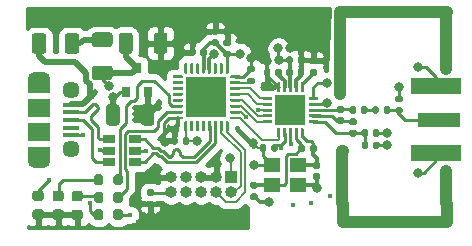
<source format=gbr>
%TF.GenerationSoftware,KiCad,Pcbnew,(5.1.7)-1*%
%TF.CreationDate,2020-12-26T20:13:37+13:00*%
%TF.ProjectId,STM32 RF Dongle,53544d33-3220-4524-9620-446f6e676c65,rev?*%
%TF.SameCoordinates,Original*%
%TF.FileFunction,Copper,L1,Top*%
%TF.FilePolarity,Positive*%
%FSLAX46Y46*%
G04 Gerber Fmt 4.6, Leading zero omitted, Abs format (unit mm)*
G04 Created by KiCad (PCBNEW (5.1.7)-1) date 2020-12-26 20:13:37*
%MOMM*%
%LPD*%
G01*
G04 APERTURE LIST*
%TA.AperFunction,SMDPad,CuDef*%
%ADD10R,1.060000X0.650000*%
%TD*%
%TA.AperFunction,SMDPad,CuDef*%
%ADD11R,1.900000X1.200000*%
%TD*%
%TA.AperFunction,ComponentPad*%
%ADD12O,1.900000X1.200000*%
%TD*%
%TA.AperFunction,SMDPad,CuDef*%
%ADD13R,1.900000X1.500000*%
%TD*%
%TA.AperFunction,ComponentPad*%
%ADD14C,1.450000*%
%TD*%
%TA.AperFunction,SMDPad,CuDef*%
%ADD15R,1.350000X0.400000*%
%TD*%
%TA.AperFunction,SMDPad,CuDef*%
%ADD16R,2.500000X2.500000*%
%TD*%
%TA.AperFunction,ComponentPad*%
%ADD17R,1.000000X1.000000*%
%TD*%
%TA.AperFunction,ComponentPad*%
%ADD18O,1.000000X1.000000*%
%TD*%
%TA.AperFunction,SMDPad,CuDef*%
%ADD19R,0.800000X0.900000*%
%TD*%
%TA.AperFunction,SMDPad,CuDef*%
%ADD20R,1.400000X1.200000*%
%TD*%
%TA.AperFunction,SMDPad,CuDef*%
%ADD21R,3.450000X3.450000*%
%TD*%
%TA.AperFunction,SMDPad,CuDef*%
%ADD22R,3.600000X1.270000*%
%TD*%
%TA.AperFunction,SMDPad,CuDef*%
%ADD23R,4.200000X1.350000*%
%TD*%
%TA.AperFunction,ViaPad*%
%ADD24C,0.800000*%
%TD*%
%TA.AperFunction,ViaPad*%
%ADD25C,0.450000*%
%TD*%
%TA.AperFunction,ViaPad*%
%ADD26C,0.500000*%
%TD*%
%TA.AperFunction,Conductor*%
%ADD27C,1.000000*%
%TD*%
%TA.AperFunction,Conductor*%
%ADD28C,0.300000*%
%TD*%
%TA.AperFunction,Conductor*%
%ADD29C,0.293000*%
%TD*%
%TA.AperFunction,Conductor*%
%ADD30C,0.200000*%
%TD*%
%TA.AperFunction,Conductor*%
%ADD31C,0.250000*%
%TD*%
%TA.AperFunction,Conductor*%
%ADD32C,0.254000*%
%TD*%
%TA.AperFunction,Conductor*%
%ADD33C,0.500000*%
%TD*%
%TA.AperFunction,Conductor*%
%ADD34C,0.100000*%
%TD*%
G04 APERTURE END LIST*
%TO.P,C7,1*%
%TO.N,+3V3*%
%TA.AperFunction,SMDPad,CuDef*%
G36*
G01*
X136920000Y-92579999D02*
X136920000Y-93880001D01*
G75*
G02*
X136670001Y-94130000I-249999J0D01*
G01*
X136019999Y-94130000D01*
G75*
G02*
X135770000Y-93880001I0J249999D01*
G01*
X135770000Y-92579999D01*
G75*
G02*
X136019999Y-92330000I249999J0D01*
G01*
X136670001Y-92330000D01*
G75*
G02*
X136920000Y-92579999I0J-249999D01*
G01*
G37*
%TD.AperFunction*%
%TO.P,C7,2*%
%TO.N,GND*%
%TA.AperFunction,SMDPad,CuDef*%
G36*
G01*
X133970000Y-92579999D02*
X133970000Y-93880001D01*
G75*
G02*
X133720001Y-94130000I-249999J0D01*
G01*
X133069999Y-94130000D01*
G75*
G02*
X132820000Y-93880001I0J249999D01*
G01*
X132820000Y-92579999D01*
G75*
G02*
X133069999Y-92330000I249999J0D01*
G01*
X133720001Y-92330000D01*
G75*
G02*
X133970000Y-92579999I0J-249999D01*
G01*
G37*
%TD.AperFunction*%
%TD*%
D10*
%TO.P,U3,5*%
%TO.N,+5V*%
X135300000Y-96250000D03*
%TO.P,U3,6*%
%TO.N,USB_D-*%
X135300000Y-95300000D03*
%TO.P,U3,4*%
%TO.N,USB_D+*%
X135300000Y-97200000D03*
%TO.P,U3,3*%
%TO.N,USB_CONN_D+*%
X133100000Y-97200000D03*
%TO.P,U3,2*%
%TO.N,GND*%
X133100000Y-96250000D03*
%TO.P,U3,1*%
%TO.N,USB_CONN_D-*%
X133100000Y-95300000D03*
%TD*%
%TO.P,R6,2*%
%TO.N,Net-(D3-Pad2)*%
%TA.AperFunction,SMDPad,CuDef*%
G36*
G01*
X133450000Y-101950000D02*
X133450000Y-101400000D01*
G75*
G02*
X133650000Y-101200000I200000J0D01*
G01*
X134050000Y-101200000D01*
G75*
G02*
X134250000Y-101400000I0J-200000D01*
G01*
X134250000Y-101950000D01*
G75*
G02*
X134050000Y-102150000I-200000J0D01*
G01*
X133650000Y-102150000D01*
G75*
G02*
X133450000Y-101950000I0J200000D01*
G01*
G37*
%TD.AperFunction*%
%TO.P,R6,1*%
%TO.N,+3V3*%
%TA.AperFunction,SMDPad,CuDef*%
G36*
G01*
X131800000Y-101950000D02*
X131800000Y-101400000D01*
G75*
G02*
X132000000Y-101200000I200000J0D01*
G01*
X132400000Y-101200000D01*
G75*
G02*
X132600000Y-101400000I0J-200000D01*
G01*
X132600000Y-101950000D01*
G75*
G02*
X132400000Y-102150000I-200000J0D01*
G01*
X132000000Y-102150000D01*
G75*
G02*
X131800000Y-101950000I0J200000D01*
G01*
G37*
%TD.AperFunction*%
%TD*%
%TO.P,D3,1*%
%TO.N,GND*%
%TA.AperFunction,SMDPad,CuDef*%
G36*
G01*
X127326250Y-102095000D02*
X126813750Y-102095000D01*
G75*
G02*
X126595000Y-101876250I0J218750D01*
G01*
X126595000Y-101438750D01*
G75*
G02*
X126813750Y-101220000I218750J0D01*
G01*
X127326250Y-101220000D01*
G75*
G02*
X127545000Y-101438750I0J-218750D01*
G01*
X127545000Y-101876250D01*
G75*
G02*
X127326250Y-102095000I-218750J0D01*
G01*
G37*
%TD.AperFunction*%
%TO.P,D3,2*%
%TO.N,Net-(D3-Pad2)*%
%TA.AperFunction,SMDPad,CuDef*%
G36*
G01*
X127326250Y-100520000D02*
X126813750Y-100520000D01*
G75*
G02*
X126595000Y-100301250I0J218750D01*
G01*
X126595000Y-99863750D01*
G75*
G02*
X126813750Y-99645000I218750J0D01*
G01*
X127326250Y-99645000D01*
G75*
G02*
X127545000Y-99863750I0J-218750D01*
G01*
X127545000Y-100301250D01*
G75*
G02*
X127326250Y-100520000I-218750J0D01*
G01*
G37*
%TD.AperFunction*%
%TD*%
D11*
%TO.P,J1,6*%
%TO.N,Net-(J1-Pad6)*%
X127172500Y-90750000D03*
X127172500Y-96550000D03*
D12*
X127172500Y-97150000D03*
X127172500Y-90150000D03*
D13*
X127172500Y-92650000D03*
D14*
X129872500Y-96150000D03*
D15*
%TO.P,J1,3*%
%TO.N,USB_CONN_D+*%
X129872500Y-93650000D03*
%TO.P,J1,4*%
%TO.N,Net-(J1-Pad4)*%
X129872500Y-94300000D03*
%TO.P,J1,5*%
%TO.N,GND*%
X129872500Y-94950000D03*
%TO.P,J1,1*%
%TO.N,+5V*%
X129872500Y-92350000D03*
%TO.P,J1,2*%
%TO.N,USB_CONN_D-*%
X129872500Y-93000000D03*
D14*
%TO.P,J1,6*%
%TO.N,Net-(J1-Pad6)*%
X129872500Y-91150000D03*
D13*
X127172500Y-94650000D03*
%TD*%
%TO.P,U1,1*%
%TO.N,NRF_CE*%
%TA.AperFunction,SMDPad,CuDef*%
G36*
G01*
X146092600Y-91877160D02*
X146092600Y-91752160D01*
G75*
G02*
X146155100Y-91689660I62500J0D01*
G01*
X146855100Y-91689660D01*
G75*
G02*
X146917600Y-91752160I0J-62500D01*
G01*
X146917600Y-91877160D01*
G75*
G02*
X146855100Y-91939660I-62500J0D01*
G01*
X146155100Y-91939660D01*
G75*
G02*
X146092600Y-91877160I0J62500D01*
G01*
G37*
%TD.AperFunction*%
%TO.P,U1,2*%
%TO.N,NRF_CS*%
%TA.AperFunction,SMDPad,CuDef*%
G36*
G01*
X146092600Y-92377160D02*
X146092600Y-92252160D01*
G75*
G02*
X146155100Y-92189660I62500J0D01*
G01*
X146855100Y-92189660D01*
G75*
G02*
X146917600Y-92252160I0J-62500D01*
G01*
X146917600Y-92377160D01*
G75*
G02*
X146855100Y-92439660I-62500J0D01*
G01*
X146155100Y-92439660D01*
G75*
G02*
X146092600Y-92377160I0J62500D01*
G01*
G37*
%TD.AperFunction*%
%TO.P,U1,3*%
%TO.N,SPI3_CLK*%
%TA.AperFunction,SMDPad,CuDef*%
G36*
G01*
X146092600Y-92877160D02*
X146092600Y-92752160D01*
G75*
G02*
X146155100Y-92689660I62500J0D01*
G01*
X146855100Y-92689660D01*
G75*
G02*
X146917600Y-92752160I0J-62500D01*
G01*
X146917600Y-92877160D01*
G75*
G02*
X146855100Y-92939660I-62500J0D01*
G01*
X146155100Y-92939660D01*
G75*
G02*
X146092600Y-92877160I0J62500D01*
G01*
G37*
%TD.AperFunction*%
%TO.P,U1,4*%
%TO.N,SPI3_MOSI*%
%TA.AperFunction,SMDPad,CuDef*%
G36*
G01*
X146092600Y-93377160D02*
X146092600Y-93252160D01*
G75*
G02*
X146155100Y-93189660I62500J0D01*
G01*
X146855100Y-93189660D01*
G75*
G02*
X146917600Y-93252160I0J-62500D01*
G01*
X146917600Y-93377160D01*
G75*
G02*
X146855100Y-93439660I-62500J0D01*
G01*
X146155100Y-93439660D01*
G75*
G02*
X146092600Y-93377160I0J62500D01*
G01*
G37*
%TD.AperFunction*%
%TO.P,U1,5*%
%TO.N,SPI3_MISO*%
%TA.AperFunction,SMDPad,CuDef*%
G36*
G01*
X146092600Y-93877160D02*
X146092600Y-93752160D01*
G75*
G02*
X146155100Y-93689660I62500J0D01*
G01*
X146855100Y-93689660D01*
G75*
G02*
X146917600Y-93752160I0J-62500D01*
G01*
X146917600Y-93877160D01*
G75*
G02*
X146855100Y-93939660I-62500J0D01*
G01*
X146155100Y-93939660D01*
G75*
G02*
X146092600Y-93877160I0J62500D01*
G01*
G37*
%TD.AperFunction*%
%TO.P,U1,6*%
%TO.N,NRF_IRQ*%
%TA.AperFunction,SMDPad,CuDef*%
G36*
G01*
X147317600Y-95102160D02*
X147317600Y-94402160D01*
G75*
G02*
X147380100Y-94339660I62500J0D01*
G01*
X147505100Y-94339660D01*
G75*
G02*
X147567600Y-94402160I0J-62500D01*
G01*
X147567600Y-95102160D01*
G75*
G02*
X147505100Y-95164660I-62500J0D01*
G01*
X147380100Y-95164660D01*
G75*
G02*
X147317600Y-95102160I0J62500D01*
G01*
G37*
%TD.AperFunction*%
%TO.P,U1,7*%
%TO.N,+3V3*%
%TA.AperFunction,SMDPad,CuDef*%
G36*
G01*
X147817600Y-95102160D02*
X147817600Y-94402160D01*
G75*
G02*
X147880100Y-94339660I62500J0D01*
G01*
X148005100Y-94339660D01*
G75*
G02*
X148067600Y-94402160I0J-62500D01*
G01*
X148067600Y-95102160D01*
G75*
G02*
X148005100Y-95164660I-62500J0D01*
G01*
X147880100Y-95164660D01*
G75*
G02*
X147817600Y-95102160I0J62500D01*
G01*
G37*
%TD.AperFunction*%
%TO.P,U1,8*%
%TO.N,GND*%
%TA.AperFunction,SMDPad,CuDef*%
G36*
G01*
X148317600Y-95102160D02*
X148317600Y-94402160D01*
G75*
G02*
X148380100Y-94339660I62500J0D01*
G01*
X148505100Y-94339660D01*
G75*
G02*
X148567600Y-94402160I0J-62500D01*
G01*
X148567600Y-95102160D01*
G75*
G02*
X148505100Y-95164660I-62500J0D01*
G01*
X148380100Y-95164660D01*
G75*
G02*
X148317600Y-95102160I0J62500D01*
G01*
G37*
%TD.AperFunction*%
%TO.P,U1,9*%
%TO.N,NRF_XC2*%
%TA.AperFunction,SMDPad,CuDef*%
G36*
G01*
X148817600Y-95102160D02*
X148817600Y-94402160D01*
G75*
G02*
X148880100Y-94339660I62500J0D01*
G01*
X149005100Y-94339660D01*
G75*
G02*
X149067600Y-94402160I0J-62500D01*
G01*
X149067600Y-95102160D01*
G75*
G02*
X149005100Y-95164660I-62500J0D01*
G01*
X148880100Y-95164660D01*
G75*
G02*
X148817600Y-95102160I0J62500D01*
G01*
G37*
%TD.AperFunction*%
%TO.P,U1,10*%
%TO.N,NRF_XC1*%
%TA.AperFunction,SMDPad,CuDef*%
G36*
G01*
X149317600Y-95102160D02*
X149317600Y-94402160D01*
G75*
G02*
X149380100Y-94339660I62500J0D01*
G01*
X149505100Y-94339660D01*
G75*
G02*
X149567600Y-94402160I0J-62500D01*
G01*
X149567600Y-95102160D01*
G75*
G02*
X149505100Y-95164660I-62500J0D01*
G01*
X149380100Y-95164660D01*
G75*
G02*
X149317600Y-95102160I0J62500D01*
G01*
G37*
%TD.AperFunction*%
%TO.P,U1,11*%
%TO.N,NRF_VDD_PA*%
%TA.AperFunction,SMDPad,CuDef*%
G36*
G01*
X149967600Y-93877160D02*
X149967600Y-93752160D01*
G75*
G02*
X150030100Y-93689660I62500J0D01*
G01*
X150730100Y-93689660D01*
G75*
G02*
X150792600Y-93752160I0J-62500D01*
G01*
X150792600Y-93877160D01*
G75*
G02*
X150730100Y-93939660I-62500J0D01*
G01*
X150030100Y-93939660D01*
G75*
G02*
X149967600Y-93877160I0J62500D01*
G01*
G37*
%TD.AperFunction*%
%TO.P,U1,12*%
%TO.N,NRF_ANT1*%
%TA.AperFunction,SMDPad,CuDef*%
G36*
G01*
X149967600Y-93377160D02*
X149967600Y-93252160D01*
G75*
G02*
X150030100Y-93189660I62500J0D01*
G01*
X150730100Y-93189660D01*
G75*
G02*
X150792600Y-93252160I0J-62500D01*
G01*
X150792600Y-93377160D01*
G75*
G02*
X150730100Y-93439660I-62500J0D01*
G01*
X150030100Y-93439660D01*
G75*
G02*
X149967600Y-93377160I0J62500D01*
G01*
G37*
%TD.AperFunction*%
%TO.P,U1,13*%
%TO.N,NRF_ANT2*%
%TA.AperFunction,SMDPad,CuDef*%
G36*
G01*
X149967600Y-92877160D02*
X149967600Y-92752160D01*
G75*
G02*
X150030100Y-92689660I62500J0D01*
G01*
X150730100Y-92689660D01*
G75*
G02*
X150792600Y-92752160I0J-62500D01*
G01*
X150792600Y-92877160D01*
G75*
G02*
X150730100Y-92939660I-62500J0D01*
G01*
X150030100Y-92939660D01*
G75*
G02*
X149967600Y-92877160I0J62500D01*
G01*
G37*
%TD.AperFunction*%
%TO.P,U1,14*%
%TO.N,GND*%
%TA.AperFunction,SMDPad,CuDef*%
G36*
G01*
X149967600Y-92377160D02*
X149967600Y-92252160D01*
G75*
G02*
X150030100Y-92189660I62500J0D01*
G01*
X150730100Y-92189660D01*
G75*
G02*
X150792600Y-92252160I0J-62500D01*
G01*
X150792600Y-92377160D01*
G75*
G02*
X150730100Y-92439660I-62500J0D01*
G01*
X150030100Y-92439660D01*
G75*
G02*
X149967600Y-92377160I0J62500D01*
G01*
G37*
%TD.AperFunction*%
%TO.P,U1,15*%
%TO.N,+3V3*%
%TA.AperFunction,SMDPad,CuDef*%
G36*
G01*
X149967600Y-91877160D02*
X149967600Y-91752160D01*
G75*
G02*
X150030100Y-91689660I62500J0D01*
G01*
X150730100Y-91689660D01*
G75*
G02*
X150792600Y-91752160I0J-62500D01*
G01*
X150792600Y-91877160D01*
G75*
G02*
X150730100Y-91939660I-62500J0D01*
G01*
X150030100Y-91939660D01*
G75*
G02*
X149967600Y-91877160I0J62500D01*
G01*
G37*
%TD.AperFunction*%
%TO.P,U1,16*%
%TO.N,Net-(R1-Pad1)*%
%TA.AperFunction,SMDPad,CuDef*%
G36*
G01*
X149317600Y-91227160D02*
X149317600Y-90527160D01*
G75*
G02*
X149380100Y-90464660I62500J0D01*
G01*
X149505100Y-90464660D01*
G75*
G02*
X149567600Y-90527160I0J-62500D01*
G01*
X149567600Y-91227160D01*
G75*
G02*
X149505100Y-91289660I-62500J0D01*
G01*
X149380100Y-91289660D01*
G75*
G02*
X149317600Y-91227160I0J62500D01*
G01*
G37*
%TD.AperFunction*%
%TO.P,U1,17*%
%TO.N,GND*%
%TA.AperFunction,SMDPad,CuDef*%
G36*
G01*
X148817600Y-91227160D02*
X148817600Y-90527160D01*
G75*
G02*
X148880100Y-90464660I62500J0D01*
G01*
X149005100Y-90464660D01*
G75*
G02*
X149067600Y-90527160I0J-62500D01*
G01*
X149067600Y-91227160D01*
G75*
G02*
X149005100Y-91289660I-62500J0D01*
G01*
X148880100Y-91289660D01*
G75*
G02*
X148817600Y-91227160I0J62500D01*
G01*
G37*
%TD.AperFunction*%
%TO.P,U1,18*%
%TO.N,+3V3*%
%TA.AperFunction,SMDPad,CuDef*%
G36*
G01*
X148317600Y-91227160D02*
X148317600Y-90527160D01*
G75*
G02*
X148380100Y-90464660I62500J0D01*
G01*
X148505100Y-90464660D01*
G75*
G02*
X148567600Y-90527160I0J-62500D01*
G01*
X148567600Y-91227160D01*
G75*
G02*
X148505100Y-91289660I-62500J0D01*
G01*
X148380100Y-91289660D01*
G75*
G02*
X148317600Y-91227160I0J62500D01*
G01*
G37*
%TD.AperFunction*%
%TO.P,U1,19*%
%TO.N,Net-(C1-Pad1)*%
%TA.AperFunction,SMDPad,CuDef*%
G36*
G01*
X147817600Y-91227160D02*
X147817600Y-90527160D01*
G75*
G02*
X147880100Y-90464660I62500J0D01*
G01*
X148005100Y-90464660D01*
G75*
G02*
X148067600Y-90527160I0J-62500D01*
G01*
X148067600Y-91227160D01*
G75*
G02*
X148005100Y-91289660I-62500J0D01*
G01*
X147880100Y-91289660D01*
G75*
G02*
X147817600Y-91227160I0J62500D01*
G01*
G37*
%TD.AperFunction*%
%TO.P,U1,20*%
%TO.N,GND*%
%TA.AperFunction,SMDPad,CuDef*%
G36*
G01*
X147317600Y-91227160D02*
X147317600Y-90527160D01*
G75*
G02*
X147380100Y-90464660I62500J0D01*
G01*
X147505100Y-90464660D01*
G75*
G02*
X147567600Y-90527160I0J-62500D01*
G01*
X147567600Y-91227160D01*
G75*
G02*
X147505100Y-91289660I-62500J0D01*
G01*
X147380100Y-91289660D01*
G75*
G02*
X147317600Y-91227160I0J62500D01*
G01*
G37*
%TD.AperFunction*%
D16*
%TO.P,U1,21*%
%TO.N,N/C*%
X148442600Y-92814660D03*
%TD*%
%TO.P,C17,2*%
%TO.N,GND*%
%TA.AperFunction,SMDPad,CuDef*%
G36*
G01*
X138910000Y-95260000D02*
X138910000Y-95600000D01*
G75*
G02*
X138770000Y-95740000I-140000J0D01*
G01*
X138490000Y-95740000D01*
G75*
G02*
X138350000Y-95600000I0J140000D01*
G01*
X138350000Y-95260000D01*
G75*
G02*
X138490000Y-95120000I140000J0D01*
G01*
X138770000Y-95120000D01*
G75*
G02*
X138910000Y-95260000I0J-140000D01*
G01*
G37*
%TD.AperFunction*%
%TO.P,C17,1*%
%TO.N,+3V3*%
%TA.AperFunction,SMDPad,CuDef*%
G36*
G01*
X139870000Y-95260000D02*
X139870000Y-95600000D01*
G75*
G02*
X139730000Y-95740000I-140000J0D01*
G01*
X139450000Y-95740000D01*
G75*
G02*
X139310000Y-95600000I0J140000D01*
G01*
X139310000Y-95260000D01*
G75*
G02*
X139450000Y-95120000I140000J0D01*
G01*
X139730000Y-95120000D01*
G75*
G02*
X139870000Y-95260000I0J-140000D01*
G01*
G37*
%TD.AperFunction*%
%TD*%
%TO.P,C13,2*%
%TO.N,GND*%
%TA.AperFunction,SMDPad,CuDef*%
G36*
G01*
X157810000Y-92170000D02*
X157470000Y-92170000D01*
G75*
G02*
X157330000Y-92030000I0J140000D01*
G01*
X157330000Y-91750000D01*
G75*
G02*
X157470000Y-91610000I140000J0D01*
G01*
X157810000Y-91610000D01*
G75*
G02*
X157950000Y-91750000I0J-140000D01*
G01*
X157950000Y-92030000D01*
G75*
G02*
X157810000Y-92170000I-140000J0D01*
G01*
G37*
%TD.AperFunction*%
%TO.P,C13,1*%
%TO.N,Net-(C11-Pad2)*%
%TA.AperFunction,SMDPad,CuDef*%
G36*
G01*
X157810000Y-93130000D02*
X157470000Y-93130000D01*
G75*
G02*
X157330000Y-92990000I0J140000D01*
G01*
X157330000Y-92710000D01*
G75*
G02*
X157470000Y-92570000I140000J0D01*
G01*
X157810000Y-92570000D01*
G75*
G02*
X157950000Y-92710000I0J-140000D01*
G01*
X157950000Y-92990000D01*
G75*
G02*
X157810000Y-93130000I-140000J0D01*
G01*
G37*
%TD.AperFunction*%
%TD*%
%TO.P,C15,2*%
%TO.N,GND*%
%TA.AperFunction,SMDPad,CuDef*%
G36*
G01*
X142250000Y-86430000D02*
X141910000Y-86430000D01*
G75*
G02*
X141770000Y-86290000I0J140000D01*
G01*
X141770000Y-86010000D01*
G75*
G02*
X141910000Y-85870000I140000J0D01*
G01*
X142250000Y-85870000D01*
G75*
G02*
X142390000Y-86010000I0J-140000D01*
G01*
X142390000Y-86290000D01*
G75*
G02*
X142250000Y-86430000I-140000J0D01*
G01*
G37*
%TD.AperFunction*%
%TO.P,C15,1*%
%TO.N,+3V3*%
%TA.AperFunction,SMDPad,CuDef*%
G36*
G01*
X142250000Y-87390000D02*
X141910000Y-87390000D01*
G75*
G02*
X141770000Y-87250000I0J140000D01*
G01*
X141770000Y-86970000D01*
G75*
G02*
X141910000Y-86830000I140000J0D01*
G01*
X142250000Y-86830000D01*
G75*
G02*
X142390000Y-86970000I0J-140000D01*
G01*
X142390000Y-87250000D01*
G75*
G02*
X142250000Y-87390000I-140000J0D01*
G01*
G37*
%TD.AperFunction*%
%TD*%
%TO.P,C16,2*%
%TO.N,GND*%
%TA.AperFunction,SMDPad,CuDef*%
G36*
G01*
X140400000Y-87760000D02*
X140400000Y-88100000D01*
G75*
G02*
X140260000Y-88240000I-140000J0D01*
G01*
X139980000Y-88240000D01*
G75*
G02*
X139840000Y-88100000I0J140000D01*
G01*
X139840000Y-87760000D01*
G75*
G02*
X139980000Y-87620000I140000J0D01*
G01*
X140260000Y-87620000D01*
G75*
G02*
X140400000Y-87760000I0J-140000D01*
G01*
G37*
%TD.AperFunction*%
%TO.P,C16,1*%
%TO.N,+3V3*%
%TA.AperFunction,SMDPad,CuDef*%
G36*
G01*
X141360000Y-87760000D02*
X141360000Y-88100000D01*
G75*
G02*
X141220000Y-88240000I-140000J0D01*
G01*
X140940000Y-88240000D01*
G75*
G02*
X140800000Y-88100000I0J140000D01*
G01*
X140800000Y-87760000D01*
G75*
G02*
X140940000Y-87620000I140000J0D01*
G01*
X141220000Y-87620000D01*
G75*
G02*
X141360000Y-87760000I0J-140000D01*
G01*
G37*
%TD.AperFunction*%
%TD*%
%TO.P,C2,2*%
%TO.N,GND*%
%TA.AperFunction,SMDPad,CuDef*%
G36*
G01*
X146400000Y-95860000D02*
X146400000Y-96200000D01*
G75*
G02*
X146260000Y-96340000I-140000J0D01*
G01*
X145980000Y-96340000D01*
G75*
G02*
X145840000Y-96200000I0J140000D01*
G01*
X145840000Y-95860000D01*
G75*
G02*
X145980000Y-95720000I140000J0D01*
G01*
X146260000Y-95720000D01*
G75*
G02*
X146400000Y-95860000I0J-140000D01*
G01*
G37*
%TD.AperFunction*%
%TO.P,C2,1*%
%TO.N,+3V3*%
%TA.AperFunction,SMDPad,CuDef*%
G36*
G01*
X147360000Y-95860000D02*
X147360000Y-96200000D01*
G75*
G02*
X147220000Y-96340000I-140000J0D01*
G01*
X146940000Y-96340000D01*
G75*
G02*
X146800000Y-96200000I0J140000D01*
G01*
X146800000Y-95860000D01*
G75*
G02*
X146940000Y-95720000I140000J0D01*
G01*
X147220000Y-95720000D01*
G75*
G02*
X147360000Y-95860000I0J-140000D01*
G01*
G37*
%TD.AperFunction*%
%TD*%
%TO.P,C3,2*%
%TO.N,GND*%
%TA.AperFunction,SMDPad,CuDef*%
G36*
G01*
X136870000Y-87810001D02*
X136870000Y-86509999D01*
G75*
G02*
X137119999Y-86260000I249999J0D01*
G01*
X137770001Y-86260000D01*
G75*
G02*
X138020000Y-86509999I0J-249999D01*
G01*
X138020000Y-87810001D01*
G75*
G02*
X137770001Y-88060000I-249999J0D01*
G01*
X137119999Y-88060000D01*
G75*
G02*
X136870000Y-87810001I0J249999D01*
G01*
G37*
%TD.AperFunction*%
%TO.P,C3,1*%
%TO.N,Net-(C3-Pad1)*%
%TA.AperFunction,SMDPad,CuDef*%
G36*
G01*
X133920000Y-87810001D02*
X133920000Y-86509999D01*
G75*
G02*
X134169999Y-86260000I249999J0D01*
G01*
X134820001Y-86260000D01*
G75*
G02*
X135070000Y-86509999I0J-249999D01*
G01*
X135070000Y-87810001D01*
G75*
G02*
X134820001Y-88060000I-249999J0D01*
G01*
X134169999Y-88060000D01*
G75*
G02*
X133920000Y-87810001I0J249999D01*
G01*
G37*
%TD.AperFunction*%
%TD*%
%TO.P,C5,2*%
%TO.N,GND*%
%TA.AperFunction,SMDPad,CuDef*%
G36*
G01*
X149045000Y-89795000D02*
X149045000Y-89455000D01*
G75*
G02*
X149185000Y-89315000I140000J0D01*
G01*
X149465000Y-89315000D01*
G75*
G02*
X149605000Y-89455000I0J-140000D01*
G01*
X149605000Y-89795000D01*
G75*
G02*
X149465000Y-89935000I-140000J0D01*
G01*
X149185000Y-89935000D01*
G75*
G02*
X149045000Y-89795000I0J140000D01*
G01*
G37*
%TD.AperFunction*%
%TO.P,C5,1*%
%TO.N,+3V3*%
%TA.AperFunction,SMDPad,CuDef*%
G36*
G01*
X148085000Y-89795000D02*
X148085000Y-89455000D01*
G75*
G02*
X148225000Y-89315000I140000J0D01*
G01*
X148505000Y-89315000D01*
G75*
G02*
X148645000Y-89455000I0J-140000D01*
G01*
X148645000Y-89795000D01*
G75*
G02*
X148505000Y-89935000I-140000J0D01*
G01*
X148225000Y-89935000D01*
G75*
G02*
X148085000Y-89795000I0J140000D01*
G01*
G37*
%TD.AperFunction*%
%TD*%
%TO.P,C8,2*%
%TO.N,GND*%
%TA.AperFunction,SMDPad,CuDef*%
G36*
G01*
X155410000Y-94930000D02*
X155410000Y-94590000D01*
G75*
G02*
X155550000Y-94450000I140000J0D01*
G01*
X155830000Y-94450000D01*
G75*
G02*
X155970000Y-94590000I0J-140000D01*
G01*
X155970000Y-94930000D01*
G75*
G02*
X155830000Y-95070000I-140000J0D01*
G01*
X155550000Y-95070000D01*
G75*
G02*
X155410000Y-94930000I0J140000D01*
G01*
G37*
%TD.AperFunction*%
%TO.P,C8,1*%
%TO.N,NRF_VDD_PA*%
%TA.AperFunction,SMDPad,CuDef*%
G36*
G01*
X154450000Y-94930000D02*
X154450000Y-94590000D01*
G75*
G02*
X154590000Y-94450000I140000J0D01*
G01*
X154870000Y-94450000D01*
G75*
G02*
X155010000Y-94590000I0J-140000D01*
G01*
X155010000Y-94930000D01*
G75*
G02*
X154870000Y-95070000I-140000J0D01*
G01*
X154590000Y-95070000D01*
G75*
G02*
X154450000Y-94930000I0J140000D01*
G01*
G37*
%TD.AperFunction*%
%TD*%
%TO.P,C9,2*%
%TO.N,GND*%
%TA.AperFunction,SMDPad,CuDef*%
G36*
G01*
X145175000Y-99875000D02*
X145515000Y-99875000D01*
G75*
G02*
X145655000Y-100015000I0J-140000D01*
G01*
X145655000Y-100295000D01*
G75*
G02*
X145515000Y-100435000I-140000J0D01*
G01*
X145175000Y-100435000D01*
G75*
G02*
X145035000Y-100295000I0J140000D01*
G01*
X145035000Y-100015000D01*
G75*
G02*
X145175000Y-99875000I140000J0D01*
G01*
G37*
%TD.AperFunction*%
%TO.P,C9,1*%
%TO.N,NRF_XC2*%
%TA.AperFunction,SMDPad,CuDef*%
G36*
G01*
X145175000Y-98915000D02*
X145515000Y-98915000D01*
G75*
G02*
X145655000Y-99055000I0J-140000D01*
G01*
X145655000Y-99335000D01*
G75*
G02*
X145515000Y-99475000I-140000J0D01*
G01*
X145175000Y-99475000D01*
G75*
G02*
X145035000Y-99335000I0J140000D01*
G01*
X145035000Y-99055000D01*
G75*
G02*
X145175000Y-98915000I140000J0D01*
G01*
G37*
%TD.AperFunction*%
%TD*%
%TO.P,C6,2*%
%TO.N,GND*%
%TA.AperFunction,SMDPad,CuDef*%
G36*
G01*
X149045000Y-88740000D02*
X149045000Y-88400000D01*
G75*
G02*
X149185000Y-88260000I140000J0D01*
G01*
X149465000Y-88260000D01*
G75*
G02*
X149605000Y-88400000I0J-140000D01*
G01*
X149605000Y-88740000D01*
G75*
G02*
X149465000Y-88880000I-140000J0D01*
G01*
X149185000Y-88880000D01*
G75*
G02*
X149045000Y-88740000I0J140000D01*
G01*
G37*
%TD.AperFunction*%
%TO.P,C6,1*%
%TO.N,+3V3*%
%TA.AperFunction,SMDPad,CuDef*%
G36*
G01*
X148085000Y-88740000D02*
X148085000Y-88400000D01*
G75*
G02*
X148225000Y-88260000I140000J0D01*
G01*
X148505000Y-88260000D01*
G75*
G02*
X148645000Y-88400000I0J-140000D01*
G01*
X148645000Y-88740000D01*
G75*
G02*
X148505000Y-88880000I-140000J0D01*
G01*
X148225000Y-88880000D01*
G75*
G02*
X148085000Y-88740000I0J140000D01*
G01*
G37*
%TD.AperFunction*%
%TD*%
%TO.P,C10,2*%
%TO.N,GND*%
%TA.AperFunction,SMDPad,CuDef*%
G36*
G01*
X155420000Y-95960000D02*
X155420000Y-95620000D01*
G75*
G02*
X155560000Y-95480000I140000J0D01*
G01*
X155840000Y-95480000D01*
G75*
G02*
X155980000Y-95620000I0J-140000D01*
G01*
X155980000Y-95960000D01*
G75*
G02*
X155840000Y-96100000I-140000J0D01*
G01*
X155560000Y-96100000D01*
G75*
G02*
X155420000Y-95960000I0J140000D01*
G01*
G37*
%TD.AperFunction*%
%TO.P,C10,1*%
%TO.N,NRF_VDD_PA*%
%TA.AperFunction,SMDPad,CuDef*%
G36*
G01*
X154460000Y-95960000D02*
X154460000Y-95620000D01*
G75*
G02*
X154600000Y-95480000I140000J0D01*
G01*
X154880000Y-95480000D01*
G75*
G02*
X155020000Y-95620000I0J-140000D01*
G01*
X155020000Y-95960000D01*
G75*
G02*
X154880000Y-96100000I-140000J0D01*
G01*
X154600000Y-96100000D01*
G75*
G02*
X154460000Y-95960000I0J140000D01*
G01*
G37*
%TD.AperFunction*%
%TD*%
%TO.P,C1,2*%
%TO.N,GND*%
%TA.AperFunction,SMDPad,CuDef*%
G36*
G01*
X146745000Y-89455000D02*
X146745000Y-89795000D01*
G75*
G02*
X146605000Y-89935000I-140000J0D01*
G01*
X146325000Y-89935000D01*
G75*
G02*
X146185000Y-89795000I0J140000D01*
G01*
X146185000Y-89455000D01*
G75*
G02*
X146325000Y-89315000I140000J0D01*
G01*
X146605000Y-89315000D01*
G75*
G02*
X146745000Y-89455000I0J-140000D01*
G01*
G37*
%TD.AperFunction*%
%TO.P,C1,1*%
%TO.N,Net-(C1-Pad1)*%
%TA.AperFunction,SMDPad,CuDef*%
G36*
G01*
X147705000Y-89455000D02*
X147705000Y-89795000D01*
G75*
G02*
X147565000Y-89935000I-140000J0D01*
G01*
X147285000Y-89935000D01*
G75*
G02*
X147145000Y-89795000I0J140000D01*
G01*
X147145000Y-89455000D01*
G75*
G02*
X147285000Y-89315000I140000J0D01*
G01*
X147565000Y-89315000D01*
G75*
G02*
X147705000Y-89455000I0J-140000D01*
G01*
G37*
%TD.AperFunction*%
%TD*%
%TO.P,C11,2*%
%TO.N,Net-(C11-Pad2)*%
%TA.AperFunction,SMDPad,CuDef*%
G36*
G01*
X156330000Y-92980000D02*
X156330000Y-92640000D01*
G75*
G02*
X156470000Y-92500000I140000J0D01*
G01*
X156750000Y-92500000D01*
G75*
G02*
X156890000Y-92640000I0J-140000D01*
G01*
X156890000Y-92980000D01*
G75*
G02*
X156750000Y-93120000I-140000J0D01*
G01*
X156470000Y-93120000D01*
G75*
G02*
X156330000Y-92980000I0J140000D01*
G01*
G37*
%TD.AperFunction*%
%TO.P,C11,1*%
%TO.N,Net-(C11-Pad1)*%
%TA.AperFunction,SMDPad,CuDef*%
G36*
G01*
X155370000Y-92980000D02*
X155370000Y-92640000D01*
G75*
G02*
X155510000Y-92500000I140000J0D01*
G01*
X155790000Y-92500000D01*
G75*
G02*
X155930000Y-92640000I0J-140000D01*
G01*
X155930000Y-92980000D01*
G75*
G02*
X155790000Y-93120000I-140000J0D01*
G01*
X155510000Y-93120000D01*
G75*
G02*
X155370000Y-92980000I0J140000D01*
G01*
G37*
%TD.AperFunction*%
%TD*%
%TO.P,C12,2*%
%TO.N,GND*%
%TA.AperFunction,SMDPad,CuDef*%
G36*
G01*
X150475000Y-98175000D02*
X150815000Y-98175000D01*
G75*
G02*
X150955000Y-98315000I0J-140000D01*
G01*
X150955000Y-98595000D01*
G75*
G02*
X150815000Y-98735000I-140000J0D01*
G01*
X150475000Y-98735000D01*
G75*
G02*
X150335000Y-98595000I0J140000D01*
G01*
X150335000Y-98315000D01*
G75*
G02*
X150475000Y-98175000I140000J0D01*
G01*
G37*
%TD.AperFunction*%
%TO.P,C12,1*%
%TO.N,NRF_XC1*%
%TA.AperFunction,SMDPad,CuDef*%
G36*
G01*
X150475000Y-97215000D02*
X150815000Y-97215000D01*
G75*
G02*
X150955000Y-97355000I0J-140000D01*
G01*
X150955000Y-97635000D01*
G75*
G02*
X150815000Y-97775000I-140000J0D01*
G01*
X150475000Y-97775000D01*
G75*
G02*
X150335000Y-97635000I0J140000D01*
G01*
X150335000Y-97355000D01*
G75*
G02*
X150475000Y-97215000I140000J0D01*
G01*
G37*
%TD.AperFunction*%
%TD*%
%TO.P,D2,2*%
%TO.N,Net-(D2-Pad2)*%
%TA.AperFunction,SMDPad,CuDef*%
G36*
G01*
X130636250Y-100540000D02*
X130123750Y-100540000D01*
G75*
G02*
X129905000Y-100321250I0J218750D01*
G01*
X129905000Y-99883750D01*
G75*
G02*
X130123750Y-99665000I218750J0D01*
G01*
X130636250Y-99665000D01*
G75*
G02*
X130855000Y-99883750I0J-218750D01*
G01*
X130855000Y-100321250D01*
G75*
G02*
X130636250Y-100540000I-218750J0D01*
G01*
G37*
%TD.AperFunction*%
%TO.P,D2,1*%
%TO.N,GND*%
%TA.AperFunction,SMDPad,CuDef*%
G36*
G01*
X130636250Y-102115000D02*
X130123750Y-102115000D01*
G75*
G02*
X129905000Y-101896250I0J218750D01*
G01*
X129905000Y-101458750D01*
G75*
G02*
X130123750Y-101240000I218750J0D01*
G01*
X130636250Y-101240000D01*
G75*
G02*
X130855000Y-101458750I0J-218750D01*
G01*
X130855000Y-101896250D01*
G75*
G02*
X130636250Y-102115000I-218750J0D01*
G01*
G37*
%TD.AperFunction*%
%TD*%
%TO.P,FB1,2*%
%TO.N,Net-(F1-Pad2)*%
%TA.AperFunction,SMDPad,CuDef*%
G36*
G01*
X133125000Y-87495000D02*
X131875000Y-87495000D01*
G75*
G02*
X131625000Y-87245000I0J250000D01*
G01*
X131625000Y-86495000D01*
G75*
G02*
X131875000Y-86245000I250000J0D01*
G01*
X133125000Y-86245000D01*
G75*
G02*
X133375000Y-86495000I0J-250000D01*
G01*
X133375000Y-87245000D01*
G75*
G02*
X133125000Y-87495000I-250000J0D01*
G01*
G37*
%TD.AperFunction*%
%TO.P,FB1,1*%
%TO.N,Net-(C3-Pad1)*%
%TA.AperFunction,SMDPad,CuDef*%
G36*
G01*
X133125000Y-90295000D02*
X131875000Y-90295000D01*
G75*
G02*
X131625000Y-90045000I0J250000D01*
G01*
X131625000Y-89295000D01*
G75*
G02*
X131875000Y-89045000I250000J0D01*
G01*
X133125000Y-89045000D01*
G75*
G02*
X133375000Y-89295000I0J-250000D01*
G01*
X133375000Y-90045000D01*
G75*
G02*
X133125000Y-90295000I-250000J0D01*
G01*
G37*
%TD.AperFunction*%
%TD*%
%TO.P,C18,2*%
%TO.N,GND*%
%TA.AperFunction,SMDPad,CuDef*%
G36*
G01*
X143240000Y-87395000D02*
X142900000Y-87395000D01*
G75*
G02*
X142760000Y-87255000I0J140000D01*
G01*
X142760000Y-86975000D01*
G75*
G02*
X142900000Y-86835000I140000J0D01*
G01*
X143240000Y-86835000D01*
G75*
G02*
X143380000Y-86975000I0J-140000D01*
G01*
X143380000Y-87255000D01*
G75*
G02*
X143240000Y-87395000I-140000J0D01*
G01*
G37*
%TD.AperFunction*%
%TO.P,C18,1*%
%TO.N,+3V3*%
%TA.AperFunction,SMDPad,CuDef*%
G36*
G01*
X143240000Y-88355000D02*
X142900000Y-88355000D01*
G75*
G02*
X142760000Y-88215000I0J140000D01*
G01*
X142760000Y-87935000D01*
G75*
G02*
X142900000Y-87795000I140000J0D01*
G01*
X143240000Y-87795000D01*
G75*
G02*
X143380000Y-87935000I0J-140000D01*
G01*
X143380000Y-88215000D01*
G75*
G02*
X143240000Y-88355000I-140000J0D01*
G01*
G37*
%TD.AperFunction*%
%TD*%
%TO.P,L3,2*%
%TO.N,NRF_VDD_PA*%
%TA.AperFunction,SMDPad,CuDef*%
G36*
G01*
X153557500Y-94475000D02*
X153902500Y-94475000D01*
G75*
G02*
X154050000Y-94622500I0J-147500D01*
G01*
X154050000Y-94917500D01*
G75*
G02*
X153902500Y-95065000I-147500J0D01*
G01*
X153557500Y-95065000D01*
G75*
G02*
X153410000Y-94917500I0J147500D01*
G01*
X153410000Y-94622500D01*
G75*
G02*
X153557500Y-94475000I147500J0D01*
G01*
G37*
%TD.AperFunction*%
%TO.P,L3,1*%
%TO.N,NRF_ANT1*%
%TA.AperFunction,SMDPad,CuDef*%
G36*
G01*
X153557500Y-93505000D02*
X153902500Y-93505000D01*
G75*
G02*
X154050000Y-93652500I0J-147500D01*
G01*
X154050000Y-93947500D01*
G75*
G02*
X153902500Y-94095000I-147500J0D01*
G01*
X153557500Y-94095000D01*
G75*
G02*
X153410000Y-93947500I0J147500D01*
G01*
X153410000Y-93652500D01*
G75*
G02*
X153557500Y-93505000I147500J0D01*
G01*
G37*
%TD.AperFunction*%
%TD*%
%TO.P,R3,2*%
%TO.N,GND*%
%TA.AperFunction,SMDPad,CuDef*%
G36*
G01*
X145285000Y-89610000D02*
X144915000Y-89610000D01*
G75*
G02*
X144780000Y-89475000I0J135000D01*
G01*
X144780000Y-89205000D01*
G75*
G02*
X144915000Y-89070000I135000J0D01*
G01*
X145285000Y-89070000D01*
G75*
G02*
X145420000Y-89205000I0J-135000D01*
G01*
X145420000Y-89475000D01*
G75*
G02*
X145285000Y-89610000I-135000J0D01*
G01*
G37*
%TD.AperFunction*%
%TO.P,R3,1*%
%TO.N,Net-(R3-Pad1)*%
%TA.AperFunction,SMDPad,CuDef*%
G36*
G01*
X145285000Y-90630000D02*
X144915000Y-90630000D01*
G75*
G02*
X144780000Y-90495000I0J135000D01*
G01*
X144780000Y-90225000D01*
G75*
G02*
X144915000Y-90090000I135000J0D01*
G01*
X145285000Y-90090000D01*
G75*
G02*
X145420000Y-90225000I0J-135000D01*
G01*
X145420000Y-90495000D01*
G75*
G02*
X145285000Y-90630000I-135000J0D01*
G01*
G37*
%TD.AperFunction*%
%TD*%
%TO.P,L1,2*%
%TO.N,NRF_ANT1*%
%TA.AperFunction,SMDPad,CuDef*%
G36*
G01*
X152507500Y-93440000D02*
X152852500Y-93440000D01*
G75*
G02*
X153000000Y-93587500I0J-147500D01*
G01*
X153000000Y-93882500D01*
G75*
G02*
X152852500Y-94030000I-147500J0D01*
G01*
X152507500Y-94030000D01*
G75*
G02*
X152360000Y-93882500I0J147500D01*
G01*
X152360000Y-93587500D01*
G75*
G02*
X152507500Y-93440000I147500J0D01*
G01*
G37*
%TD.AperFunction*%
%TO.P,L1,1*%
%TO.N,NRF_ANT2*%
%TA.AperFunction,SMDPad,CuDef*%
G36*
G01*
X152507500Y-92470000D02*
X152852500Y-92470000D01*
G75*
G02*
X153000000Y-92617500I0J-147500D01*
G01*
X153000000Y-92912500D01*
G75*
G02*
X152852500Y-93060000I-147500J0D01*
G01*
X152507500Y-93060000D01*
G75*
G02*
X152360000Y-92912500I0J147500D01*
G01*
X152360000Y-92617500D01*
G75*
G02*
X152507500Y-92470000I147500J0D01*
G01*
G37*
%TD.AperFunction*%
%TD*%
%TO.P,R5,2*%
%TO.N,Net-(D1-Pad2)*%
%TA.AperFunction,SMDPad,CuDef*%
G36*
G01*
X132600000Y-98450000D02*
X132600000Y-99000000D01*
G75*
G02*
X132400000Y-99200000I-200000J0D01*
G01*
X132000000Y-99200000D01*
G75*
G02*
X131800000Y-99000000I0J200000D01*
G01*
X131800000Y-98450000D01*
G75*
G02*
X132000000Y-98250000I200000J0D01*
G01*
X132400000Y-98250000D01*
G75*
G02*
X132600000Y-98450000I0J-200000D01*
G01*
G37*
%TD.AperFunction*%
%TO.P,R5,1*%
%TO.N,Net-(R5-Pad1)*%
%TA.AperFunction,SMDPad,CuDef*%
G36*
G01*
X134250000Y-98450000D02*
X134250000Y-99000000D01*
G75*
G02*
X134050000Y-99200000I-200000J0D01*
G01*
X133650000Y-99200000D01*
G75*
G02*
X133450000Y-99000000I0J200000D01*
G01*
X133450000Y-98450000D01*
G75*
G02*
X133650000Y-98250000I200000J0D01*
G01*
X134050000Y-98250000D01*
G75*
G02*
X134250000Y-98450000I0J-200000D01*
G01*
G37*
%TD.AperFunction*%
%TD*%
%TO.P,C19,2*%
%TO.N,GND*%
%TA.AperFunction,SMDPad,CuDef*%
G36*
G01*
X136410000Y-100480000D02*
X136750000Y-100480000D01*
G75*
G02*
X136890000Y-100620000I0J-140000D01*
G01*
X136890000Y-100900000D01*
G75*
G02*
X136750000Y-101040000I-140000J0D01*
G01*
X136410000Y-101040000D01*
G75*
G02*
X136270000Y-100900000I0J140000D01*
G01*
X136270000Y-100620000D01*
G75*
G02*
X136410000Y-100480000I140000J0D01*
G01*
G37*
%TD.AperFunction*%
%TO.P,C19,1*%
%TO.N,NRST*%
%TA.AperFunction,SMDPad,CuDef*%
G36*
G01*
X136410000Y-99520000D02*
X136750000Y-99520000D01*
G75*
G02*
X136890000Y-99660000I0J-140000D01*
G01*
X136890000Y-99940000D01*
G75*
G02*
X136750000Y-100080000I-140000J0D01*
G01*
X136410000Y-100080000D01*
G75*
G02*
X136270000Y-99940000I0J140000D01*
G01*
X136270000Y-99660000D01*
G75*
G02*
X136410000Y-99520000I140000J0D01*
G01*
G37*
%TD.AperFunction*%
%TD*%
D17*
%TO.P,J3,1*%
%TO.N,+3V3*%
X143410000Y-98510000D03*
D18*
%TO.P,J3,2*%
%TO.N,SWDIO*%
X143410000Y-99780000D03*
%TO.P,J3,3*%
%TO.N,GND*%
X142140000Y-98510000D03*
%TO.P,J3,4*%
%TO.N,SW_CLK*%
X142140000Y-99780000D03*
%TO.P,J3,5*%
%TO.N,GND*%
X140870000Y-98510000D03*
%TO.P,J3,6*%
%TO.N,Net-(J3-Pad6)*%
X140870000Y-99780000D03*
%TO.P,J3,7*%
%TO.N,Net-(J3-Pad7)*%
X139600000Y-98510000D03*
%TO.P,J3,8*%
%TO.N,Net-(J3-Pad8)*%
X139600000Y-99780000D03*
%TO.P,J3,9*%
%TO.N,GND*%
X138330000Y-98510000D03*
%TO.P,J3,10*%
%TO.N,NRST*%
X138330000Y-99780000D03*
%TD*%
D19*
%TO.P,U2,1*%
%TO.N,GND*%
X134475000Y-91250000D03*
%TO.P,U2,2*%
%TO.N,+3V3*%
X136375000Y-91250000D03*
%TO.P,U2,3*%
%TO.N,Net-(C3-Pad1)*%
X135425000Y-89250000D03*
%TD*%
%TO.P,R4,2*%
%TO.N,Net-(D2-Pad2)*%
%TA.AperFunction,SMDPad,CuDef*%
G36*
G01*
X132600000Y-99950000D02*
X132600000Y-100500000D01*
G75*
G02*
X132400000Y-100700000I-200000J0D01*
G01*
X132000000Y-100700000D01*
G75*
G02*
X131800000Y-100500000I0J200000D01*
G01*
X131800000Y-99950000D01*
G75*
G02*
X132000000Y-99750000I200000J0D01*
G01*
X132400000Y-99750000D01*
G75*
G02*
X132600000Y-99950000I0J-200000D01*
G01*
G37*
%TD.AperFunction*%
%TO.P,R4,1*%
%TO.N,Net-(R4-Pad1)*%
%TA.AperFunction,SMDPad,CuDef*%
G36*
G01*
X134250000Y-99950000D02*
X134250000Y-100500000D01*
G75*
G02*
X134050000Y-100700000I-200000J0D01*
G01*
X133650000Y-100700000D01*
G75*
G02*
X133450000Y-100500000I0J200000D01*
G01*
X133450000Y-99950000D01*
G75*
G02*
X133650000Y-99750000I200000J0D01*
G01*
X134050000Y-99750000D01*
G75*
G02*
X134250000Y-99950000I0J-200000D01*
G01*
G37*
%TD.AperFunction*%
%TD*%
%TO.P,L2,2*%
%TO.N,Net-(C11-Pad1)*%
%TA.AperFunction,SMDPad,CuDef*%
G36*
G01*
X154385000Y-92972500D02*
X154385000Y-92627500D01*
G75*
G02*
X154532500Y-92480000I147500J0D01*
G01*
X154827500Y-92480000D01*
G75*
G02*
X154975000Y-92627500I0J-147500D01*
G01*
X154975000Y-92972500D01*
G75*
G02*
X154827500Y-93120000I-147500J0D01*
G01*
X154532500Y-93120000D01*
G75*
G02*
X154385000Y-92972500I0J147500D01*
G01*
G37*
%TD.AperFunction*%
%TO.P,L2,1*%
%TO.N,NRF_ANT2*%
%TA.AperFunction,SMDPad,CuDef*%
G36*
G01*
X153415000Y-92972500D02*
X153415000Y-92627500D01*
G75*
G02*
X153562500Y-92480000I147500J0D01*
G01*
X153857500Y-92480000D01*
G75*
G02*
X154005000Y-92627500I0J-147500D01*
G01*
X154005000Y-92972500D01*
G75*
G02*
X153857500Y-93120000I-147500J0D01*
G01*
X153562500Y-93120000D01*
G75*
G02*
X153415000Y-92972500I0J147500D01*
G01*
G37*
%TD.AperFunction*%
%TD*%
%TO.P,R1,2*%
%TO.N,GND*%
%TA.AperFunction,SMDPad,CuDef*%
G36*
G01*
X150580000Y-88875000D02*
X150210000Y-88875000D01*
G75*
G02*
X150075000Y-88740000I0J135000D01*
G01*
X150075000Y-88470000D01*
G75*
G02*
X150210000Y-88335000I135000J0D01*
G01*
X150580000Y-88335000D01*
G75*
G02*
X150715000Y-88470000I0J-135000D01*
G01*
X150715000Y-88740000D01*
G75*
G02*
X150580000Y-88875000I-135000J0D01*
G01*
G37*
%TD.AperFunction*%
%TO.P,R1,1*%
%TO.N,Net-(R1-Pad1)*%
%TA.AperFunction,SMDPad,CuDef*%
G36*
G01*
X150580000Y-89895000D02*
X150210000Y-89895000D01*
G75*
G02*
X150075000Y-89760000I0J135000D01*
G01*
X150075000Y-89490000D01*
G75*
G02*
X150210000Y-89355000I135000J0D01*
G01*
X150580000Y-89355000D01*
G75*
G02*
X150715000Y-89490000I0J-135000D01*
G01*
X150715000Y-89760000D01*
G75*
G02*
X150580000Y-89895000I-135000J0D01*
G01*
G37*
%TD.AperFunction*%
%TD*%
D20*
%TO.P,Y1,4*%
%TO.N,GND*%
X146870000Y-97475000D03*
%TO.P,Y1,3*%
%TO.N,NRF_XC1*%
X149070000Y-97475000D03*
%TO.P,Y1,2*%
%TO.N,GND*%
X149070000Y-99175000D03*
%TO.P,Y1,1*%
%TO.N,NRF_XC2*%
X146870000Y-99175000D03*
%TD*%
%TO.P,U4,1*%
%TO.N,+3V3*%
%TA.AperFunction,SMDPad,CuDef*%
G36*
G01*
X143017500Y-88865000D02*
X143142500Y-88865000D01*
G75*
G02*
X143205000Y-88927500I0J-62500D01*
G01*
X143205000Y-89677500D01*
G75*
G02*
X143142500Y-89740000I-62500J0D01*
G01*
X143017500Y-89740000D01*
G75*
G02*
X142955000Y-89677500I0J62500D01*
G01*
X142955000Y-88927500D01*
G75*
G02*
X143017500Y-88865000I62500J0D01*
G01*
G37*
%TD.AperFunction*%
%TO.P,U4,2*%
%TO.N,Net-(U4-Pad2)*%
%TA.AperFunction,SMDPad,CuDef*%
G36*
G01*
X142517500Y-88865000D02*
X142642500Y-88865000D01*
G75*
G02*
X142705000Y-88927500I0J-62500D01*
G01*
X142705000Y-89677500D01*
G75*
G02*
X142642500Y-89740000I-62500J0D01*
G01*
X142517500Y-89740000D01*
G75*
G02*
X142455000Y-89677500I0J62500D01*
G01*
X142455000Y-88927500D01*
G75*
G02*
X142517500Y-88865000I62500J0D01*
G01*
G37*
%TD.AperFunction*%
%TO.P,U4,3*%
%TO.N,Net-(U4-Pad3)*%
%TA.AperFunction,SMDPad,CuDef*%
G36*
G01*
X142017500Y-88865000D02*
X142142500Y-88865000D01*
G75*
G02*
X142205000Y-88927500I0J-62500D01*
G01*
X142205000Y-89677500D01*
G75*
G02*
X142142500Y-89740000I-62500J0D01*
G01*
X142017500Y-89740000D01*
G75*
G02*
X141955000Y-89677500I0J62500D01*
G01*
X141955000Y-88927500D01*
G75*
G02*
X142017500Y-88865000I62500J0D01*
G01*
G37*
%TD.AperFunction*%
%TO.P,U4,4*%
%TO.N,NRST*%
%TA.AperFunction,SMDPad,CuDef*%
G36*
G01*
X141517500Y-88865000D02*
X141642500Y-88865000D01*
G75*
G02*
X141705000Y-88927500I0J-62500D01*
G01*
X141705000Y-89677500D01*
G75*
G02*
X141642500Y-89740000I-62500J0D01*
G01*
X141517500Y-89740000D01*
G75*
G02*
X141455000Y-89677500I0J62500D01*
G01*
X141455000Y-88927500D01*
G75*
G02*
X141517500Y-88865000I62500J0D01*
G01*
G37*
%TD.AperFunction*%
%TO.P,U4,5*%
%TO.N,+3V3*%
%TA.AperFunction,SMDPad,CuDef*%
G36*
G01*
X141017500Y-88865000D02*
X141142500Y-88865000D01*
G75*
G02*
X141205000Y-88927500I0J-62500D01*
G01*
X141205000Y-89677500D01*
G75*
G02*
X141142500Y-89740000I-62500J0D01*
G01*
X141017500Y-89740000D01*
G75*
G02*
X140955000Y-89677500I0J62500D01*
G01*
X140955000Y-88927500D01*
G75*
G02*
X141017500Y-88865000I62500J0D01*
G01*
G37*
%TD.AperFunction*%
%TO.P,U4,6*%
%TO.N,Net-(U4-Pad6)*%
%TA.AperFunction,SMDPad,CuDef*%
G36*
G01*
X140517500Y-88865000D02*
X140642500Y-88865000D01*
G75*
G02*
X140705000Y-88927500I0J-62500D01*
G01*
X140705000Y-89677500D01*
G75*
G02*
X140642500Y-89740000I-62500J0D01*
G01*
X140517500Y-89740000D01*
G75*
G02*
X140455000Y-89677500I0J62500D01*
G01*
X140455000Y-88927500D01*
G75*
G02*
X140517500Y-88865000I62500J0D01*
G01*
G37*
%TD.AperFunction*%
%TO.P,U4,7*%
%TO.N,Net-(U4-Pad7)*%
%TA.AperFunction,SMDPad,CuDef*%
G36*
G01*
X140017500Y-88865000D02*
X140142500Y-88865000D01*
G75*
G02*
X140205000Y-88927500I0J-62500D01*
G01*
X140205000Y-89677500D01*
G75*
G02*
X140142500Y-89740000I-62500J0D01*
G01*
X140017500Y-89740000D01*
G75*
G02*
X139955000Y-89677500I0J62500D01*
G01*
X139955000Y-88927500D01*
G75*
G02*
X140017500Y-88865000I62500J0D01*
G01*
G37*
%TD.AperFunction*%
%TO.P,U4,8*%
%TO.N,Net-(U4-Pad8)*%
%TA.AperFunction,SMDPad,CuDef*%
G36*
G01*
X139517500Y-88865000D02*
X139642500Y-88865000D01*
G75*
G02*
X139705000Y-88927500I0J-62500D01*
G01*
X139705000Y-89677500D01*
G75*
G02*
X139642500Y-89740000I-62500J0D01*
G01*
X139517500Y-89740000D01*
G75*
G02*
X139455000Y-89677500I0J62500D01*
G01*
X139455000Y-88927500D01*
G75*
G02*
X139517500Y-88865000I62500J0D01*
G01*
G37*
%TD.AperFunction*%
%TO.P,U4,9*%
%TO.N,Net-(U4-Pad9)*%
%TA.AperFunction,SMDPad,CuDef*%
G36*
G01*
X138517500Y-89865000D02*
X139267500Y-89865000D01*
G75*
G02*
X139330000Y-89927500I0J-62500D01*
G01*
X139330000Y-90052500D01*
G75*
G02*
X139267500Y-90115000I-62500J0D01*
G01*
X138517500Y-90115000D01*
G75*
G02*
X138455000Y-90052500I0J62500D01*
G01*
X138455000Y-89927500D01*
G75*
G02*
X138517500Y-89865000I62500J0D01*
G01*
G37*
%TD.AperFunction*%
%TO.P,U4,10*%
%TO.N,Net-(U4-Pad10)*%
%TA.AperFunction,SMDPad,CuDef*%
G36*
G01*
X138517500Y-90365000D02*
X139267500Y-90365000D01*
G75*
G02*
X139330000Y-90427500I0J-62500D01*
G01*
X139330000Y-90552500D01*
G75*
G02*
X139267500Y-90615000I-62500J0D01*
G01*
X138517500Y-90615000D01*
G75*
G02*
X138455000Y-90552500I0J62500D01*
G01*
X138455000Y-90427500D01*
G75*
G02*
X138517500Y-90365000I62500J0D01*
G01*
G37*
%TD.AperFunction*%
%TO.P,U4,11*%
%TO.N,Net-(U4-Pad11)*%
%TA.AperFunction,SMDPad,CuDef*%
G36*
G01*
X138517500Y-90865000D02*
X139267500Y-90865000D01*
G75*
G02*
X139330000Y-90927500I0J-62500D01*
G01*
X139330000Y-91052500D01*
G75*
G02*
X139267500Y-91115000I-62500J0D01*
G01*
X138517500Y-91115000D01*
G75*
G02*
X138455000Y-91052500I0J62500D01*
G01*
X138455000Y-90927500D01*
G75*
G02*
X138517500Y-90865000I62500J0D01*
G01*
G37*
%TD.AperFunction*%
%TO.P,U4,12*%
%TO.N,Net-(U4-Pad12)*%
%TA.AperFunction,SMDPad,CuDef*%
G36*
G01*
X138517500Y-91365000D02*
X139267500Y-91365000D01*
G75*
G02*
X139330000Y-91427500I0J-62500D01*
G01*
X139330000Y-91552500D01*
G75*
G02*
X139267500Y-91615000I-62500J0D01*
G01*
X138517500Y-91615000D01*
G75*
G02*
X138455000Y-91552500I0J62500D01*
G01*
X138455000Y-91427500D01*
G75*
G02*
X138517500Y-91365000I62500J0D01*
G01*
G37*
%TD.AperFunction*%
%TO.P,U4,13*%
%TO.N,Net-(U4-Pad13)*%
%TA.AperFunction,SMDPad,CuDef*%
G36*
G01*
X138517500Y-91865000D02*
X139267500Y-91865000D01*
G75*
G02*
X139330000Y-91927500I0J-62500D01*
G01*
X139330000Y-92052500D01*
G75*
G02*
X139267500Y-92115000I-62500J0D01*
G01*
X138517500Y-92115000D01*
G75*
G02*
X138455000Y-92052500I0J62500D01*
G01*
X138455000Y-91927500D01*
G75*
G02*
X138517500Y-91865000I62500J0D01*
G01*
G37*
%TD.AperFunction*%
%TO.P,U4,14*%
%TO.N,Net-(R5-Pad1)*%
%TA.AperFunction,SMDPad,CuDef*%
G36*
G01*
X138517500Y-92365000D02*
X139267500Y-92365000D01*
G75*
G02*
X139330000Y-92427500I0J-62500D01*
G01*
X139330000Y-92552500D01*
G75*
G02*
X139267500Y-92615000I-62500J0D01*
G01*
X138517500Y-92615000D01*
G75*
G02*
X138455000Y-92552500I0J62500D01*
G01*
X138455000Y-92427500D01*
G75*
G02*
X138517500Y-92365000I62500J0D01*
G01*
G37*
%TD.AperFunction*%
%TO.P,U4,15*%
%TO.N,Net-(R4-Pad1)*%
%TA.AperFunction,SMDPad,CuDef*%
G36*
G01*
X138517500Y-92865000D02*
X139267500Y-92865000D01*
G75*
G02*
X139330000Y-92927500I0J-62500D01*
G01*
X139330000Y-93052500D01*
G75*
G02*
X139267500Y-93115000I-62500J0D01*
G01*
X138517500Y-93115000D01*
G75*
G02*
X138455000Y-93052500I0J62500D01*
G01*
X138455000Y-92927500D01*
G75*
G02*
X138517500Y-92865000I62500J0D01*
G01*
G37*
%TD.AperFunction*%
%TO.P,U4,16*%
%TO.N,GND*%
%TA.AperFunction,SMDPad,CuDef*%
G36*
G01*
X138517500Y-93365000D02*
X139267500Y-93365000D01*
G75*
G02*
X139330000Y-93427500I0J-62500D01*
G01*
X139330000Y-93552500D01*
G75*
G02*
X139267500Y-93615000I-62500J0D01*
G01*
X138517500Y-93615000D01*
G75*
G02*
X138455000Y-93552500I0J62500D01*
G01*
X138455000Y-93427500D01*
G75*
G02*
X138517500Y-93365000I62500J0D01*
G01*
G37*
%TD.AperFunction*%
%TO.P,U4,17*%
%TO.N,+3V3*%
%TA.AperFunction,SMDPad,CuDef*%
G36*
G01*
X139517500Y-93740000D02*
X139642500Y-93740000D01*
G75*
G02*
X139705000Y-93802500I0J-62500D01*
G01*
X139705000Y-94552500D01*
G75*
G02*
X139642500Y-94615000I-62500J0D01*
G01*
X139517500Y-94615000D01*
G75*
G02*
X139455000Y-94552500I0J62500D01*
G01*
X139455000Y-93802500D01*
G75*
G02*
X139517500Y-93740000I62500J0D01*
G01*
G37*
%TD.AperFunction*%
%TO.P,U4,18*%
%TO.N,Net-(U4-Pad18)*%
%TA.AperFunction,SMDPad,CuDef*%
G36*
G01*
X140017500Y-93740000D02*
X140142500Y-93740000D01*
G75*
G02*
X140205000Y-93802500I0J-62500D01*
G01*
X140205000Y-94552500D01*
G75*
G02*
X140142500Y-94615000I-62500J0D01*
G01*
X140017500Y-94615000D01*
G75*
G02*
X139955000Y-94552500I0J62500D01*
G01*
X139955000Y-93802500D01*
G75*
G02*
X140017500Y-93740000I62500J0D01*
G01*
G37*
%TD.AperFunction*%
%TO.P,U4,19*%
%TO.N,Net-(U4-Pad19)*%
%TA.AperFunction,SMDPad,CuDef*%
G36*
G01*
X140517500Y-93740000D02*
X140642500Y-93740000D01*
G75*
G02*
X140705000Y-93802500I0J-62500D01*
G01*
X140705000Y-94552500D01*
G75*
G02*
X140642500Y-94615000I-62500J0D01*
G01*
X140517500Y-94615000D01*
G75*
G02*
X140455000Y-94552500I0J62500D01*
G01*
X140455000Y-93802500D01*
G75*
G02*
X140517500Y-93740000I62500J0D01*
G01*
G37*
%TD.AperFunction*%
%TO.P,U4,20*%
%TO.N,Net-(U4-Pad20)*%
%TA.AperFunction,SMDPad,CuDef*%
G36*
G01*
X141017500Y-93740000D02*
X141142500Y-93740000D01*
G75*
G02*
X141205000Y-93802500I0J-62500D01*
G01*
X141205000Y-94552500D01*
G75*
G02*
X141142500Y-94615000I-62500J0D01*
G01*
X141017500Y-94615000D01*
G75*
G02*
X140955000Y-94552500I0J62500D01*
G01*
X140955000Y-93802500D01*
G75*
G02*
X141017500Y-93740000I62500J0D01*
G01*
G37*
%TD.AperFunction*%
%TO.P,U4,21*%
%TO.N,USB_D-*%
%TA.AperFunction,SMDPad,CuDef*%
G36*
G01*
X141517500Y-93740000D02*
X141642500Y-93740000D01*
G75*
G02*
X141705000Y-93802500I0J-62500D01*
G01*
X141705000Y-94552500D01*
G75*
G02*
X141642500Y-94615000I-62500J0D01*
G01*
X141517500Y-94615000D01*
G75*
G02*
X141455000Y-94552500I0J62500D01*
G01*
X141455000Y-93802500D01*
G75*
G02*
X141517500Y-93740000I62500J0D01*
G01*
G37*
%TD.AperFunction*%
%TO.P,U4,22*%
%TO.N,USB_D+*%
%TA.AperFunction,SMDPad,CuDef*%
G36*
G01*
X142017500Y-93740000D02*
X142142500Y-93740000D01*
G75*
G02*
X142205000Y-93802500I0J-62500D01*
G01*
X142205000Y-94552500D01*
G75*
G02*
X142142500Y-94615000I-62500J0D01*
G01*
X142017500Y-94615000D01*
G75*
G02*
X141955000Y-94552500I0J62500D01*
G01*
X141955000Y-93802500D01*
G75*
G02*
X142017500Y-93740000I62500J0D01*
G01*
G37*
%TD.AperFunction*%
%TO.P,U4,23*%
%TO.N,SWDIO*%
%TA.AperFunction,SMDPad,CuDef*%
G36*
G01*
X142517500Y-93740000D02*
X142642500Y-93740000D01*
G75*
G02*
X142705000Y-93802500I0J-62500D01*
G01*
X142705000Y-94552500D01*
G75*
G02*
X142642500Y-94615000I-62500J0D01*
G01*
X142517500Y-94615000D01*
G75*
G02*
X142455000Y-94552500I0J62500D01*
G01*
X142455000Y-93802500D01*
G75*
G02*
X142517500Y-93740000I62500J0D01*
G01*
G37*
%TD.AperFunction*%
%TO.P,U4,24*%
%TO.N,SW_CLK*%
%TA.AperFunction,SMDPad,CuDef*%
G36*
G01*
X143017500Y-93740000D02*
X143142500Y-93740000D01*
G75*
G02*
X143205000Y-93802500I0J-62500D01*
G01*
X143205000Y-94552500D01*
G75*
G02*
X143142500Y-94615000I-62500J0D01*
G01*
X143017500Y-94615000D01*
G75*
G02*
X142955000Y-94552500I0J62500D01*
G01*
X142955000Y-93802500D01*
G75*
G02*
X143017500Y-93740000I62500J0D01*
G01*
G37*
%TD.AperFunction*%
%TO.P,U4,25*%
%TO.N,NRF_IRQ*%
%TA.AperFunction,SMDPad,CuDef*%
G36*
G01*
X143392500Y-93365000D02*
X144142500Y-93365000D01*
G75*
G02*
X144205000Y-93427500I0J-62500D01*
G01*
X144205000Y-93552500D01*
G75*
G02*
X144142500Y-93615000I-62500J0D01*
G01*
X143392500Y-93615000D01*
G75*
G02*
X143330000Y-93552500I0J62500D01*
G01*
X143330000Y-93427500D01*
G75*
G02*
X143392500Y-93365000I62500J0D01*
G01*
G37*
%TD.AperFunction*%
%TO.P,U4,26*%
%TO.N,SPI3_CLK*%
%TA.AperFunction,SMDPad,CuDef*%
G36*
G01*
X143392500Y-92865000D02*
X144142500Y-92865000D01*
G75*
G02*
X144205000Y-92927500I0J-62500D01*
G01*
X144205000Y-93052500D01*
G75*
G02*
X144142500Y-93115000I-62500J0D01*
G01*
X143392500Y-93115000D01*
G75*
G02*
X143330000Y-93052500I0J62500D01*
G01*
X143330000Y-92927500D01*
G75*
G02*
X143392500Y-92865000I62500J0D01*
G01*
G37*
%TD.AperFunction*%
%TO.P,U4,27*%
%TO.N,SPI3_MISO*%
%TA.AperFunction,SMDPad,CuDef*%
G36*
G01*
X143392500Y-92365000D02*
X144142500Y-92365000D01*
G75*
G02*
X144205000Y-92427500I0J-62500D01*
G01*
X144205000Y-92552500D01*
G75*
G02*
X144142500Y-92615000I-62500J0D01*
G01*
X143392500Y-92615000D01*
G75*
G02*
X143330000Y-92552500I0J62500D01*
G01*
X143330000Y-92427500D01*
G75*
G02*
X143392500Y-92365000I62500J0D01*
G01*
G37*
%TD.AperFunction*%
%TO.P,U4,28*%
%TO.N,SPI3_MOSI*%
%TA.AperFunction,SMDPad,CuDef*%
G36*
G01*
X143392500Y-91865000D02*
X144142500Y-91865000D01*
G75*
G02*
X144205000Y-91927500I0J-62500D01*
G01*
X144205000Y-92052500D01*
G75*
G02*
X144142500Y-92115000I-62500J0D01*
G01*
X143392500Y-92115000D01*
G75*
G02*
X143330000Y-92052500I0J62500D01*
G01*
X143330000Y-91927500D01*
G75*
G02*
X143392500Y-91865000I62500J0D01*
G01*
G37*
%TD.AperFunction*%
%TO.P,U4,29*%
%TO.N,NRF_CS*%
%TA.AperFunction,SMDPad,CuDef*%
G36*
G01*
X143392500Y-91365000D02*
X144142500Y-91365000D01*
G75*
G02*
X144205000Y-91427500I0J-62500D01*
G01*
X144205000Y-91552500D01*
G75*
G02*
X144142500Y-91615000I-62500J0D01*
G01*
X143392500Y-91615000D01*
G75*
G02*
X143330000Y-91552500I0J62500D01*
G01*
X143330000Y-91427500D01*
G75*
G02*
X143392500Y-91365000I62500J0D01*
G01*
G37*
%TD.AperFunction*%
%TO.P,U4,30*%
%TO.N,NRF_CE*%
%TA.AperFunction,SMDPad,CuDef*%
G36*
G01*
X143392500Y-90865000D02*
X144142500Y-90865000D01*
G75*
G02*
X144205000Y-90927500I0J-62500D01*
G01*
X144205000Y-91052500D01*
G75*
G02*
X144142500Y-91115000I-62500J0D01*
G01*
X143392500Y-91115000D01*
G75*
G02*
X143330000Y-91052500I0J62500D01*
G01*
X143330000Y-90927500D01*
G75*
G02*
X143392500Y-90865000I62500J0D01*
G01*
G37*
%TD.AperFunction*%
%TO.P,U4,31*%
%TO.N,Net-(R3-Pad1)*%
%TA.AperFunction,SMDPad,CuDef*%
G36*
G01*
X143392500Y-90365000D02*
X144142500Y-90365000D01*
G75*
G02*
X144205000Y-90427500I0J-62500D01*
G01*
X144205000Y-90552500D01*
G75*
G02*
X144142500Y-90615000I-62500J0D01*
G01*
X143392500Y-90615000D01*
G75*
G02*
X143330000Y-90552500I0J62500D01*
G01*
X143330000Y-90427500D01*
G75*
G02*
X143392500Y-90365000I62500J0D01*
G01*
G37*
%TD.AperFunction*%
%TO.P,U4,32*%
%TO.N,GND*%
%TA.AperFunction,SMDPad,CuDef*%
G36*
G01*
X143392500Y-89865000D02*
X144142500Y-89865000D01*
G75*
G02*
X144205000Y-89927500I0J-62500D01*
G01*
X144205000Y-90052500D01*
G75*
G02*
X144142500Y-90115000I-62500J0D01*
G01*
X143392500Y-90115000D01*
G75*
G02*
X143330000Y-90052500I0J62500D01*
G01*
X143330000Y-89927500D01*
G75*
G02*
X143392500Y-89865000I62500J0D01*
G01*
G37*
%TD.AperFunction*%
D21*
%TO.P,U4,33*%
X141330000Y-91740000D03*
%TD*%
%TO.P,D1,2*%
%TO.N,Net-(D1-Pad2)*%
%TA.AperFunction,SMDPad,CuDef*%
G36*
G01*
X129026250Y-100530000D02*
X128513750Y-100530000D01*
G75*
G02*
X128295000Y-100311250I0J218750D01*
G01*
X128295000Y-99873750D01*
G75*
G02*
X128513750Y-99655000I218750J0D01*
G01*
X129026250Y-99655000D01*
G75*
G02*
X129245000Y-99873750I0J-218750D01*
G01*
X129245000Y-100311250D01*
G75*
G02*
X129026250Y-100530000I-218750J0D01*
G01*
G37*
%TD.AperFunction*%
%TO.P,D1,1*%
%TO.N,GND*%
%TA.AperFunction,SMDPad,CuDef*%
G36*
G01*
X129026250Y-102105000D02*
X128513750Y-102105000D01*
G75*
G02*
X128295000Y-101886250I0J218750D01*
G01*
X128295000Y-101448750D01*
G75*
G02*
X128513750Y-101230000I218750J0D01*
G01*
X129026250Y-101230000D01*
G75*
G02*
X129245000Y-101448750I0J-218750D01*
G01*
X129245000Y-101886250D01*
G75*
G02*
X129026250Y-102105000I-218750J0D01*
G01*
G37*
%TD.AperFunction*%
%TD*%
%TO.P,R2,2*%
%TO.N,NRF_XC1*%
%TA.AperFunction,SMDPad,CuDef*%
G36*
G01*
X150120000Y-96255000D02*
X150120000Y-95885000D01*
G75*
G02*
X150255000Y-95750000I135000J0D01*
G01*
X150525000Y-95750000D01*
G75*
G02*
X150660000Y-95885000I0J-135000D01*
G01*
X150660000Y-96255000D01*
G75*
G02*
X150525000Y-96390000I-135000J0D01*
G01*
X150255000Y-96390000D01*
G75*
G02*
X150120000Y-96255000I0J135000D01*
G01*
G37*
%TD.AperFunction*%
%TO.P,R2,1*%
%TO.N,NRF_XC2*%
%TA.AperFunction,SMDPad,CuDef*%
G36*
G01*
X149100000Y-96255000D02*
X149100000Y-95885000D01*
G75*
G02*
X149235000Y-95750000I135000J0D01*
G01*
X149505000Y-95750000D01*
G75*
G02*
X149640000Y-95885000I0J-135000D01*
G01*
X149640000Y-96255000D01*
G75*
G02*
X149505000Y-96390000I-135000J0D01*
G01*
X149235000Y-96390000D01*
G75*
G02*
X149100000Y-96255000I0J135000D01*
G01*
G37*
%TD.AperFunction*%
%TD*%
%TO.P,F1,2*%
%TO.N,Net-(F1-Pad2)*%
%TA.AperFunction,SMDPad,CuDef*%
G36*
G01*
X129325000Y-87800000D02*
X129325000Y-86550000D01*
G75*
G02*
X129575000Y-86300000I250000J0D01*
G01*
X130325000Y-86300000D01*
G75*
G02*
X130575000Y-86550000I0J-250000D01*
G01*
X130575000Y-87800000D01*
G75*
G02*
X130325000Y-88050000I-250000J0D01*
G01*
X129575000Y-88050000D01*
G75*
G02*
X129325000Y-87800000I0J250000D01*
G01*
G37*
%TD.AperFunction*%
%TO.P,F1,1*%
%TO.N,+5V*%
%TA.AperFunction,SMDPad,CuDef*%
G36*
G01*
X126525000Y-87800000D02*
X126525000Y-86550000D01*
G75*
G02*
X126775000Y-86300000I250000J0D01*
G01*
X127525000Y-86300000D01*
G75*
G02*
X127775000Y-86550000I0J-250000D01*
G01*
X127775000Y-87800000D01*
G75*
G02*
X127525000Y-88050000I-250000J0D01*
G01*
X126775000Y-88050000D01*
G75*
G02*
X126525000Y-87800000I0J250000D01*
G01*
G37*
%TD.AperFunction*%
%TD*%
D22*
%TO.P,J2,1*%
%TO.N,Net-(C11-Pad2)*%
X160975000Y-93625000D03*
D23*
%TO.P,J2,2*%
%TO.N,GND*%
X160775000Y-90800000D03*
X160775000Y-96450000D03*
%TD*%
D24*
%TO.N,GND*%
X152580000Y-86580000D03*
X152825000Y-100700000D03*
X161630000Y-100060000D03*
X161625000Y-97975000D03*
X152825000Y-96350000D03*
X152625000Y-91450000D03*
X161625000Y-89325000D03*
X161620000Y-84530000D03*
X159720000Y-84510000D03*
X157150000Y-84500000D03*
X152625000Y-88825000D03*
X155710000Y-102240000D03*
X161620000Y-102220000D03*
X152825000Y-98450000D03*
X141330000Y-92770000D03*
X141330000Y-91600000D03*
X141330000Y-90550000D03*
X159225000Y-89150000D03*
X157625000Y-90900000D03*
X159225000Y-98125000D03*
X150670000Y-99375000D03*
X146630000Y-100610000D03*
X156625000Y-95800000D03*
X156600000Y-94750000D03*
X146470000Y-88625000D03*
X150395000Y-87550000D03*
X149395000Y-87550000D03*
X148420000Y-87550000D03*
D25*
X148450000Y-95725000D03*
D24*
X151510000Y-92190000D03*
X139130000Y-87920000D03*
X143110000Y-86120000D03*
X145110000Y-88380000D03*
X145380000Y-97490000D03*
X145250000Y-95580000D03*
X138730000Y-87110000D03*
X137830000Y-95560000D03*
X135630000Y-100770000D03*
X133375000Y-91750000D03*
X150770000Y-86100000D03*
D25*
X143970000Y-85950000D03*
X144480000Y-86510000D03*
X147360000Y-85920000D03*
X151430000Y-86960000D03*
X151540000Y-88540000D03*
X145740000Y-87480000D03*
X151750000Y-100090000D03*
X150170000Y-100720000D03*
X148650000Y-100850000D03*
X140620000Y-102530000D03*
X138280000Y-101710000D03*
X136600000Y-98170000D03*
X135680000Y-98850000D03*
X139980000Y-86130000D03*
X137550000Y-89000000D03*
X135980000Y-87380000D03*
X135980000Y-86000000D03*
D24*
X152700000Y-84540000D03*
X155040000Y-84510000D03*
X161650000Y-86610000D03*
X153010000Y-102290000D03*
X157900000Y-102260000D03*
X159800000Y-102280000D03*
D25*
X149900000Y-85310000D03*
X146270000Y-84950000D03*
X138750000Y-84780000D03*
X132650000Y-84780000D03*
X128690000Y-85480000D03*
X128870000Y-84340000D03*
X148270000Y-84650000D03*
X149000000Y-85610000D03*
X151120000Y-84700000D03*
X145140000Y-84630000D03*
X145580000Y-86290000D03*
X138950000Y-85630000D03*
X132090000Y-85310000D03*
X136600000Y-84650000D03*
X142550000Y-101540000D03*
X143960000Y-101550000D03*
X135550000Y-102300000D03*
X136710000Y-102280000D03*
X146425000Y-90675000D03*
X132275000Y-96225000D03*
X130850000Y-94925000D03*
X138575000Y-102475000D03*
X143325000Y-102425000D03*
%TO.N,+3V3*%
X131450000Y-100650000D03*
D24*
X143350000Y-96890000D03*
X147450000Y-88620000D03*
X147420000Y-87590000D03*
D25*
X147675000Y-96000000D03*
D24*
X151560000Y-90520000D03*
X144170000Y-88080000D03*
X140530000Y-95440000D03*
D26*
X137300000Y-92150000D03*
X137325000Y-92650000D03*
X135275000Y-93625000D03*
X135275000Y-93125000D03*
X135275000Y-92650000D03*
D24*
%TO.N,Net-(C3-Pad1)*%
X133070000Y-90790000D03*
D25*
%TO.N,+5V*%
X131925000Y-91325000D03*
D24*
%TO.N,NRST*%
X141970000Y-88110000D03*
D25*
%TO.N,SPI3_CLK*%
X145710000Y-92810000D03*
X144650000Y-93390000D03*
%TO.N,+5V*%
X136200000Y-96250000D03*
%TO.N,Net-(D3-Pad2)*%
X128030000Y-98740000D03*
X134875000Y-101675000D03*
%TD*%
D27*
%TO.N,GND*%
X152625000Y-86175000D02*
X152625000Y-88825000D01*
X152825000Y-96250000D02*
X152875000Y-96300000D01*
X152875000Y-96300000D02*
X152825000Y-96350000D01*
X152825000Y-96350000D02*
X152825000Y-98450000D01*
X161625000Y-100700000D02*
X161625000Y-97975000D01*
X152625000Y-86175000D02*
X152625000Y-86175000D01*
X152825000Y-100700000D02*
X152825000Y-100700000D01*
X161625000Y-100700000D02*
X161625000Y-100700000D01*
X161625000Y-97975000D02*
X161625000Y-97975000D01*
X152825000Y-96350000D02*
X152825000Y-96350000D01*
X152625000Y-91450000D02*
X152625000Y-91450000D01*
X161625000Y-89325000D02*
X161625000Y-89325000D01*
X152625000Y-88825000D02*
X152625000Y-91450000D01*
X152825000Y-98450000D02*
X152825000Y-100700000D01*
D28*
X157640000Y-90915000D02*
X157625000Y-90900000D01*
D29*
X157640000Y-91890000D02*
X157640000Y-90915000D01*
D28*
X156590000Y-94760000D02*
X156600000Y-94750000D01*
D29*
X155690000Y-94760000D02*
X156590000Y-94760000D01*
D28*
X156615000Y-95790000D02*
X156625000Y-95800000D01*
D29*
X155700000Y-95790000D02*
X156615000Y-95790000D01*
D28*
X150315000Y-88525000D02*
X150395000Y-88605000D01*
X149325000Y-89625000D02*
X149325000Y-88570000D01*
X149325000Y-89625000D02*
X149325000Y-89895000D01*
X148942600Y-90277400D02*
X148942600Y-90877160D01*
X149325000Y-89895000D02*
X148942600Y-90277400D01*
X146470000Y-89620000D02*
X146465000Y-89625000D01*
X146470000Y-88625000D02*
X146470000Y-89620000D01*
X150645000Y-99350000D02*
X150670000Y-99375000D01*
X150645000Y-98455000D02*
X150645000Y-99350000D01*
X150395000Y-88605000D02*
X150395000Y-87550000D01*
X149325000Y-87620000D02*
X149395000Y-87550000D01*
X149325000Y-88570000D02*
X149325000Y-87620000D01*
D29*
X159225000Y-89150000D02*
X159900000Y-89150000D01*
X159900000Y-89150000D02*
X160775000Y-90025000D01*
X159225000Y-98125000D02*
X159725000Y-98125000D01*
X159725000Y-98125000D02*
X160775000Y-97075000D01*
D28*
X145345000Y-100155000D02*
X145415000Y-100155000D01*
X145870000Y-100610000D02*
X146630000Y-100610000D01*
X145415000Y-100155000D02*
X145870000Y-100610000D01*
X146870000Y-97475000D02*
X146480000Y-97085000D01*
X150470000Y-99175000D02*
X150670000Y-99375000D01*
X149070000Y-99175000D02*
X150470000Y-99175000D01*
D29*
X151385340Y-92314660D02*
X151510000Y-92190000D01*
X150380100Y-92314660D02*
X151385340Y-92314660D01*
X143070000Y-86160000D02*
X143110000Y-86120000D01*
X143070000Y-87115000D02*
X143070000Y-86160000D01*
X144450000Y-89990000D02*
X145100000Y-89340000D01*
X143767500Y-89990000D02*
X144450000Y-89990000D01*
X145100000Y-88390000D02*
X145110000Y-88380000D01*
X145100000Y-89340000D02*
X145100000Y-88390000D01*
X146465000Y-89899560D02*
X146465000Y-89625000D01*
X147442600Y-90877160D02*
X146465000Y-89899560D01*
X145395000Y-97475000D02*
X145380000Y-97490000D01*
X146870000Y-97475000D02*
X145395000Y-97475000D01*
D30*
X145700000Y-96030000D02*
X145250000Y-95580000D01*
X146120000Y-96030000D02*
X145700000Y-96030000D01*
D28*
X139140000Y-87930000D02*
X139130000Y-87920000D01*
X140120000Y-87930000D02*
X139140000Y-87930000D01*
X137495000Y-87110000D02*
X137445000Y-87160000D01*
X138730000Y-87110000D02*
X137495000Y-87110000D01*
X143080000Y-86150000D02*
X143110000Y-86120000D01*
X142080000Y-86150000D02*
X143080000Y-86150000D01*
X138892500Y-93490000D02*
X138892500Y-94207500D01*
X138630000Y-94470000D02*
X138630000Y-95430000D01*
X138892500Y-94207500D02*
X138630000Y-94470000D01*
X138610000Y-95450000D02*
X138630000Y-95430000D01*
D29*
X135640000Y-100760000D02*
X135630000Y-100770000D01*
X136580000Y-100760000D02*
X135640000Y-100760000D01*
X134000000Y-91250000D02*
X134475000Y-91250000D01*
X133650000Y-91600000D02*
X134000000Y-91250000D01*
D31*
X137960000Y-95430000D02*
X137830000Y-95560000D01*
X138630000Y-95430000D02*
X137960000Y-95430000D01*
D32*
X160775000Y-96450000D02*
X160775000Y-97075000D01*
D29*
X160775000Y-90025000D02*
X160775000Y-90800000D01*
X146120000Y-96725000D02*
X146120000Y-96030000D01*
X146870000Y-97475000D02*
X146120000Y-96725000D01*
D27*
X152635000Y-84545000D02*
X152625000Y-84555000D01*
X161715000Y-84545000D02*
X152635000Y-84545000D01*
X161625000Y-84635000D02*
X161715000Y-84545000D01*
X152625000Y-84555000D02*
X152625000Y-86175000D01*
X161625000Y-89325000D02*
X161625000Y-84635000D01*
X152875000Y-100750000D02*
X152825000Y-100700000D01*
X152875000Y-102310000D02*
X152875000Y-100750000D01*
X161675000Y-102310000D02*
X152875000Y-102310000D01*
X161675000Y-100750000D02*
X161625000Y-100700000D01*
X161675000Y-102310000D02*
X161675000Y-100750000D01*
D29*
X148442600Y-94752160D02*
X148442600Y-95567600D01*
D32*
X133100000Y-96250000D02*
X132725000Y-96250000D01*
D33*
X133395000Y-91770000D02*
X133375000Y-91750000D01*
X133395000Y-93230000D02*
X133395000Y-91770000D01*
D29*
X129897500Y-94925000D02*
X129872500Y-94950000D01*
X133100000Y-96250000D02*
X132525000Y-96250000D01*
D32*
X130825000Y-94950000D02*
X130850000Y-94925000D01*
X129872500Y-94950000D02*
X130825000Y-94950000D01*
X132500000Y-96225000D02*
X132525000Y-96250000D01*
X132275000Y-96225000D02*
X132500000Y-96225000D01*
X148450000Y-95575000D02*
X148442600Y-95567600D01*
X148450000Y-95725000D02*
X148450000Y-95575000D01*
D29*
X138892500Y-93490000D02*
X138182220Y-93490000D01*
X137759520Y-95489520D02*
X137830000Y-95560000D01*
X137759520Y-93912700D02*
X137759520Y-95489520D01*
X138182220Y-93490000D02*
X137759520Y-93912700D01*
D28*
%TO.N,Net-(C1-Pad1)*%
X147942590Y-90877150D02*
X147942600Y-90877160D01*
X147942590Y-90381272D02*
X147942590Y-90877150D01*
X147425000Y-89863682D02*
X147942590Y-90381272D01*
X147425000Y-89625000D02*
X147425000Y-89863682D01*
%TO.N,+3V3*%
X148365000Y-88570000D02*
X148365000Y-89625000D01*
X148442600Y-89702600D02*
X148442600Y-90877160D01*
X148365000Y-89625000D02*
X148442600Y-89702600D01*
D29*
X150380100Y-91814660D02*
X150380100Y-90899900D01*
X150760000Y-90520000D02*
X151560000Y-90520000D01*
X150380100Y-90899900D02*
X150760000Y-90520000D01*
X147949590Y-95379590D02*
X147949590Y-95545588D01*
X147942600Y-95372600D02*
X147949590Y-95379590D01*
X147942600Y-94752160D02*
X147942600Y-95372600D01*
X143080000Y-88085000D02*
X143070000Y-88075000D01*
X143080000Y-89302500D02*
X143080000Y-88085000D01*
X141080000Y-89302500D02*
X141080000Y-88786570D01*
X143065000Y-88070000D02*
X143070000Y-88075000D01*
X147330001Y-95779999D02*
X147080000Y-96030000D01*
X147541451Y-95773499D02*
X147534951Y-95779999D01*
X147666501Y-95773499D02*
X147541451Y-95773499D01*
X147894412Y-95545588D02*
X147666501Y-95773499D01*
X147949590Y-95545588D02*
X147894412Y-95545588D01*
X147500000Y-88570000D02*
X147450000Y-88620000D01*
X148365000Y-88570000D02*
X147500000Y-88570000D01*
X147420000Y-88590000D02*
X147450000Y-88620000D01*
X147420000Y-87590000D02*
X147420000Y-88590000D01*
X143075000Y-88080000D02*
X143070000Y-88075000D01*
X144170000Y-88080000D02*
X143075000Y-88080000D01*
D30*
X143410000Y-96950000D02*
X143350000Y-96890000D01*
X143410000Y-98510000D02*
X143410000Y-96950000D01*
X139600000Y-95440000D02*
X139590000Y-95430000D01*
X140530000Y-95440000D02*
X139600000Y-95440000D01*
X139590000Y-94187500D02*
X139580000Y-94177500D01*
X139590000Y-95430000D02*
X139590000Y-94187500D01*
D28*
X141080000Y-87930000D02*
X141080000Y-89302500D01*
X141590000Y-87110000D02*
X142080000Y-87110000D01*
X141080000Y-87620000D02*
X141590000Y-87110000D01*
X141080000Y-87930000D02*
X141080000Y-87620000D01*
X142080000Y-87127980D02*
X142080000Y-87110000D01*
X143027020Y-88075000D02*
X142080000Y-87127980D01*
X143070000Y-88075000D02*
X143027020Y-88075000D01*
D33*
X136375000Y-93000000D02*
X136605000Y-93230000D01*
X136375000Y-91250000D02*
X136375000Y-93000000D01*
X136435000Y-93140000D02*
X136345000Y-93230000D01*
X136170000Y-93405000D02*
X136345000Y-93230000D01*
D29*
X147666501Y-95991501D02*
X147675000Y-96000000D01*
X147666501Y-95773499D02*
X147666501Y-95991501D01*
D33*
X137300000Y-92275000D02*
X136345000Y-93230000D01*
X137300000Y-92150000D02*
X137300000Y-92275000D01*
X136925000Y-92650000D02*
X136345000Y-93230000D01*
X137325000Y-92650000D02*
X136925000Y-92650000D01*
X136425000Y-93150000D02*
X136345000Y-93230000D01*
D29*
X135275000Y-93650000D02*
X135275000Y-93125000D01*
D33*
X135790000Y-92675000D02*
X136345000Y-93230000D01*
X135925000Y-93650000D02*
X136345000Y-93230000D01*
X135275000Y-93650000D02*
X135925000Y-93650000D01*
X135765000Y-92650000D02*
X136345000Y-93230000D01*
X135275000Y-92650000D02*
X135765000Y-92650000D01*
X136240000Y-93125000D02*
X136345000Y-93230000D01*
X135275000Y-93125000D02*
X136240000Y-93125000D01*
X135950000Y-93625000D02*
X136345000Y-93230000D01*
X135275000Y-93625000D02*
X135950000Y-93625000D01*
D29*
X147534951Y-95779999D02*
X147330001Y-95779999D01*
D31*
X131450000Y-101325000D02*
X131450000Y-100650000D01*
X131800000Y-101675000D02*
X131450000Y-101325000D01*
X132200000Y-101675000D02*
X131800000Y-101675000D01*
D33*
%TO.N,Net-(C3-Pad1)*%
X135005000Y-89670000D02*
X135425000Y-89250000D01*
X132500000Y-89670000D02*
X135005000Y-89670000D01*
X134495000Y-88320000D02*
X135425000Y-89250000D01*
X134495000Y-87160000D02*
X134495000Y-88320000D01*
D29*
X132500000Y-90220000D02*
X133070000Y-90790000D01*
X132500000Y-89670000D02*
X132500000Y-90220000D01*
D28*
%TO.N,NRF_VDD_PA*%
X154740000Y-94770000D02*
X154730000Y-94760000D01*
D29*
X154740000Y-95790000D02*
X154740000Y-94770000D01*
X152315440Y-94770000D02*
X153730000Y-94770000D01*
X151360100Y-93814660D02*
X152315440Y-94770000D01*
D28*
X154720000Y-94770000D02*
X154730000Y-94760000D01*
D29*
X153730000Y-94770000D02*
X154720000Y-94770000D01*
X151354660Y-93814660D02*
X150380100Y-93814660D01*
X151360100Y-93814660D02*
X151354660Y-93814660D01*
D28*
%TO.N,NRF_XC1*%
X150625000Y-97475000D02*
X150645000Y-97495000D01*
X149070000Y-97475000D02*
X150625000Y-97475000D01*
X150390000Y-96070000D02*
X150390000Y-96620000D01*
X150645000Y-96875000D02*
X150645000Y-97495000D01*
X150390000Y-96620000D02*
X150645000Y-96875000D01*
D29*
X149442600Y-94752160D02*
X149435610Y-94759150D01*
X149435610Y-94759150D02*
X149435610Y-95038877D01*
X149435610Y-95038877D02*
X149846733Y-95450000D01*
X149846733Y-95450000D02*
X150200000Y-95450000D01*
X150390000Y-95640000D02*
X150390000Y-96070000D01*
X150200000Y-95450000D02*
X150390000Y-95640000D01*
D28*
%TO.N,Net-(C11-Pad2)*%
X157640000Y-92850000D02*
X157640000Y-93165000D01*
D29*
X158100000Y-93625000D02*
X160975000Y-93625000D01*
X157640000Y-93165000D02*
X158100000Y-93625000D01*
D28*
X157600000Y-92810000D02*
X157640000Y-92850000D01*
D29*
X156610000Y-92810000D02*
X157600000Y-92810000D01*
D28*
%TO.N,Net-(C11-Pad1)*%
X155640000Y-92800000D02*
X155650000Y-92810000D01*
D29*
X154680000Y-92800000D02*
X155640000Y-92800000D01*
D28*
%TO.N,NRF_XC2*%
X146870000Y-99175000D02*
X145295000Y-99175000D01*
X146870000Y-99175000D02*
X147205000Y-99175000D01*
D29*
X148942600Y-94752160D02*
X148942600Y-95292600D01*
X149370000Y-95720000D02*
X149370000Y-96070000D01*
X148942600Y-95292600D02*
X149370000Y-95720000D01*
X147863000Y-99175000D02*
X148023499Y-99014501D01*
X146870000Y-99175000D02*
X147863000Y-99175000D01*
X148911501Y-96528499D02*
X149370000Y-96070000D01*
X148023499Y-99014501D02*
X148023499Y-96696501D01*
X148191501Y-96528499D02*
X148911501Y-96528499D01*
X148023499Y-96696501D02*
X148191501Y-96528499D01*
D33*
%TO.N,+5V*%
X127690000Y-88750000D02*
X127150000Y-88210000D01*
X131160000Y-90319966D02*
X131160000Y-89690000D01*
X127150000Y-88210000D02*
X127150000Y-87175000D01*
X131470000Y-90629966D02*
X131160000Y-90319966D01*
X131470000Y-91717000D02*
X131470000Y-90629966D01*
X130220000Y-88750000D02*
X127690000Y-88750000D01*
X131160000Y-89690000D02*
X130220000Y-88750000D01*
X129827000Y-92325000D02*
X130862000Y-92325000D01*
D30*
X131048500Y-92138500D02*
X131168500Y-92138500D01*
D33*
X130862000Y-92325000D02*
X131048500Y-92138500D01*
D30*
X131138500Y-92138500D02*
X131048500Y-92138500D01*
D28*
%TO.N,NRST*%
X141580000Y-88500000D02*
X141580000Y-89302500D01*
X141970000Y-88110000D02*
X141580000Y-88500000D01*
D29*
X138310000Y-99800000D02*
X138330000Y-99780000D01*
X136580000Y-99800000D02*
X138310000Y-99800000D01*
%TO.N,Net-(D1-Pad2)*%
X128850000Y-100012500D02*
X128850000Y-98975000D01*
X128770000Y-100092500D02*
X128850000Y-100012500D01*
%TO.N,Net-(D2-Pad2)*%
X130340000Y-100062500D02*
X130380000Y-100102500D01*
D31*
X132174999Y-100099999D02*
X132200000Y-100125000D01*
D33*
%TO.N,Net-(F1-Pad2)*%
X129950000Y-87175000D02*
X130645000Y-87175000D01*
X130950000Y-86870000D02*
X132500000Y-86870000D01*
X130645000Y-87175000D02*
X130950000Y-86870000D01*
D30*
%TO.N,USB_CONN_D+*%
X130347500Y-93650000D02*
X129872500Y-93650000D01*
X130447500Y-93550000D02*
X130347500Y-93650000D01*
%TO.N,USB_CONN_D-*%
X129872500Y-93000000D02*
X130347500Y-93000000D01*
%TO.N,SW_CLK*%
X142940001Y-100580001D02*
X142140000Y-99780000D01*
X143794001Y-100580001D02*
X142940001Y-100580001D01*
X144610011Y-99763991D02*
X143794001Y-100580001D01*
X144610011Y-96234312D02*
X144610011Y-99763991D01*
X143080000Y-94704302D02*
X144610011Y-96234312D01*
X143080000Y-94177500D02*
X143080000Y-94704302D01*
%TO.N,SWDIO*%
X142580000Y-94770000D02*
X142580000Y-94177500D01*
X144210001Y-96400001D02*
X142580000Y-94770000D01*
X144210001Y-99250001D02*
X144210001Y-96400001D01*
X143680002Y-99780000D02*
X144210001Y-99250001D01*
X143410000Y-99780000D02*
X143680002Y-99780000D01*
D28*
%TO.N,NRF_ANT2*%
X152630340Y-92814660D02*
X152680000Y-92765000D01*
X153675000Y-92765000D02*
X153710000Y-92800000D01*
D29*
X152680000Y-92765000D02*
X153675000Y-92765000D01*
X150955340Y-92814660D02*
X150380100Y-92814660D01*
X152630340Y-92814660D02*
X150955340Y-92814660D01*
D28*
%TO.N,NRF_ANT1*%
X153665000Y-93735000D02*
X153730000Y-93800000D01*
D29*
X152680000Y-93735000D02*
X153665000Y-93735000D01*
D28*
X152360000Y-93735000D02*
X152680000Y-93735000D01*
D29*
X151939660Y-93314660D02*
X152360000Y-93735000D01*
D28*
X150380100Y-93314660D02*
X150959660Y-93314660D01*
D29*
X151904660Y-93314660D02*
X150380100Y-93314660D01*
X151939660Y-93314660D02*
X151904660Y-93314660D01*
%TO.N,Net-(R1-Pad1)*%
X149442600Y-90577400D02*
X150395000Y-89625000D01*
X149442600Y-90877160D02*
X149442600Y-90577400D01*
D30*
%TO.N,Net-(R3-Pad1)*%
X144970000Y-90490000D02*
X145100000Y-90360000D01*
X143767500Y-90490000D02*
X144970000Y-90490000D01*
%TO.N,NRF_IRQ*%
X147350000Y-95333490D02*
X147442600Y-95240890D01*
X145995524Y-95333490D02*
X147350000Y-95333490D01*
X144152034Y-93490000D02*
X145995524Y-95333490D01*
X147442600Y-95240890D02*
X147442600Y-94752160D01*
X143767500Y-93490000D02*
X144152034Y-93490000D01*
%TO.N,SPI3_MISO*%
X145608090Y-93814660D02*
X146505100Y-93814660D01*
X144283430Y-92490000D02*
X145608090Y-93814660D01*
X143767500Y-92490000D02*
X144283430Y-92490000D01*
%TO.N,SPI3_MOSI*%
X143767500Y-91990000D02*
X144349128Y-91990000D01*
X145673788Y-93314660D02*
X146505100Y-93314660D01*
X144349128Y-91990000D02*
X145673788Y-93314660D01*
%TO.N,SPI3_CLK*%
X144217732Y-92990000D02*
X144633866Y-93406134D01*
X143767500Y-92990000D02*
X144217732Y-92990000D01*
X145739486Y-92814660D02*
X145722413Y-92797587D01*
X146505100Y-92814660D02*
X145739486Y-92814660D01*
%TO.N,NRF_CS*%
X145627440Y-92314660D02*
X146505100Y-92314660D01*
X144802780Y-91490000D02*
X145627440Y-92314660D01*
X143767500Y-91490000D02*
X144802780Y-91490000D01*
D29*
%TO.N,NRF_CE*%
X146464660Y-91814660D02*
X146505100Y-91814660D01*
D30*
X143767500Y-90990000D02*
X145000000Y-90990000D01*
X145824660Y-91814660D02*
X146505100Y-91814660D01*
X145000000Y-90990000D02*
X145824660Y-91814660D01*
%TO.N,USB_D-*%
X135242500Y-95112500D02*
X135180000Y-95112500D01*
X135329999Y-95199999D02*
X135242500Y-95112500D01*
X141580000Y-94177500D02*
X141605000Y-94202500D01*
%TO.N,USB_D+*%
X142055000Y-94202500D02*
X142080000Y-94177500D01*
%TO.N,+5V*%
X135242500Y-96187500D02*
X135465001Y-96410001D01*
X135180000Y-96187500D02*
X135242500Y-96187500D01*
D33*
X131048500Y-92138500D02*
X131243500Y-91943500D01*
X131243500Y-91943500D02*
X131470000Y-91717000D01*
X131533000Y-91717000D02*
X131470000Y-91717000D01*
X131925000Y-91325000D02*
X131533000Y-91717000D01*
D32*
X136200000Y-96250000D02*
X135300000Y-96250000D01*
D29*
%TO.N,Net-(D1-Pad2)*%
X128850000Y-98975000D02*
X128900000Y-98975000D01*
X129150000Y-98725000D02*
X132200000Y-98725000D01*
X128900000Y-98975000D02*
X129150000Y-98725000D01*
D32*
%TO.N,Net-(D2-Pad2)*%
X132072999Y-100097999D02*
X132200000Y-100225000D01*
X130380000Y-100102500D02*
X131180538Y-100102500D01*
X131180538Y-100102500D02*
X131185039Y-100097999D01*
X131185039Y-100097999D02*
X132072999Y-100097999D01*
%TO.N,USB_CONN_D+*%
X129875921Y-93650000D02*
X129872500Y-93650000D01*
X130443900Y-93650000D02*
X130880310Y-93650000D01*
X131421691Y-94171691D02*
X130900000Y-93650000D01*
X131675000Y-94425000D02*
X131421691Y-94171691D01*
X131675000Y-96875000D02*
X131675000Y-94425000D01*
X132000000Y-97200000D02*
X131675000Y-96875000D01*
X133100000Y-97200000D02*
X132000000Y-97200000D01*
%TO.N,USB_CONN_D-*%
X131550000Y-93300000D02*
X132125000Y-92725000D01*
X131550000Y-93657934D02*
X131550000Y-93300000D01*
X132150000Y-94257934D02*
X131550000Y-93657934D01*
X132150000Y-95150000D02*
X132150000Y-94257934D01*
X132300000Y-95300000D02*
X132150000Y-95150000D01*
X133100000Y-95300000D02*
X132300000Y-95300000D01*
X129872500Y-93000000D02*
X131003014Y-93000000D01*
X131003014Y-93000000D02*
X131703014Y-92300000D01*
X131703014Y-92300000D02*
X131900000Y-92300000D01*
X132125000Y-92525000D02*
X132125000Y-92725000D01*
X131900000Y-92300000D02*
X132125000Y-92525000D01*
%TO.N,USB_D-*%
X141601400Y-94198900D02*
X141580000Y-94177500D01*
X141601400Y-95450310D02*
X141601400Y-94198900D01*
X140280310Y-96771400D02*
X141601400Y-95450310D01*
X139369690Y-96771400D02*
X140280310Y-96771400D01*
X139302933Y-96763879D02*
X139369690Y-96771400D01*
X139239524Y-96741691D02*
X139302933Y-96763879D01*
X139182643Y-96705950D02*
X139239524Y-96741691D01*
X139135140Y-96658447D02*
X139182643Y-96705950D01*
X139099399Y-96601566D02*
X139135140Y-96658447D01*
X139077211Y-96538157D02*
X139099399Y-96601566D01*
X138439980Y-96601566D02*
X138462168Y-96538157D01*
X139069690Y-96471400D02*
X139077211Y-96538157D01*
X137215438Y-96021400D02*
X137481039Y-96287001D01*
X138404239Y-96658447D02*
X138439980Y-96601566D01*
X139039980Y-96302969D02*
X139062168Y-96366378D01*
X138299855Y-96741691D02*
X138356736Y-96705950D01*
X138462168Y-96538157D02*
X138469690Y-96471400D01*
X138236446Y-96763879D02*
X138299855Y-96741691D01*
X137481039Y-96287001D02*
X137685291Y-96287001D01*
X136095001Y-95300000D02*
X136816401Y-96021400D01*
X138169690Y-96771400D02*
X138236446Y-96763879D01*
X136816401Y-96021400D02*
X137215438Y-96021400D01*
X138582643Y-96198585D02*
X138639524Y-96162844D01*
X138356736Y-96705950D02*
X138404239Y-96658447D01*
X137685291Y-96287001D02*
X138169690Y-96771400D01*
X135300000Y-95300000D02*
X136095001Y-95300000D01*
X138469690Y-96471400D02*
X138469690Y-96433134D01*
X138469690Y-96433134D02*
X138477211Y-96366378D01*
X138702933Y-96140656D02*
X138769690Y-96133134D01*
X138477211Y-96366378D02*
X138499399Y-96302969D01*
X138499399Y-96302969D02*
X138535140Y-96246088D01*
X138535140Y-96246088D02*
X138582643Y-96198585D01*
X138639524Y-96162844D02*
X138702933Y-96140656D01*
X138769690Y-96133134D02*
X138836446Y-96140656D01*
X138836446Y-96140656D02*
X138899855Y-96162844D01*
X138899855Y-96162844D02*
X138956736Y-96198585D01*
X138956736Y-96198585D02*
X139004239Y-96246088D01*
X139069690Y-96433134D02*
X139069690Y-96471400D01*
X139004239Y-96246088D02*
X139039980Y-96302969D01*
X139062168Y-96366378D02*
X139069690Y-96433134D01*
%TO.N,USB_D+*%
X136095001Y-97200000D02*
X136816401Y-96478600D01*
X135300000Y-97200000D02*
X136095001Y-97200000D01*
X137291665Y-96744192D02*
X137495902Y-96744192D01*
X137026073Y-96478600D02*
X137291665Y-96744192D01*
X136816401Y-96478600D02*
X137026073Y-96478600D01*
X137495902Y-96744192D02*
X137980310Y-97228600D01*
X137980310Y-97228600D02*
X140469690Y-97228600D01*
X142058600Y-94198900D02*
X142080000Y-94177500D01*
X142058600Y-95639690D02*
X142058600Y-94198900D01*
X140469690Y-97228600D02*
X142058600Y-95639690D01*
%TO.N,Net-(R4-Pad1)*%
X138376018Y-92990000D02*
X138892500Y-92990000D01*
D31*
X134557010Y-94674288D02*
X134652799Y-94578499D01*
X138406978Y-92990000D02*
X138892500Y-92990000D01*
X136124907Y-94578499D02*
X134652799Y-94578499D01*
D29*
X133850000Y-100225000D02*
X133950000Y-100225000D01*
D32*
X138185000Y-92990000D02*
X138892500Y-92990000D01*
X136846501Y-94578499D02*
X137197990Y-94227010D01*
X136124907Y-94578499D02*
X136846501Y-94578499D01*
X137985000Y-92990000D02*
X138185000Y-92990000D01*
X137877010Y-93097990D02*
X137985000Y-92990000D01*
D29*
X137266510Y-93708490D02*
X137877010Y-93097990D01*
X137266510Y-94127084D02*
X137266510Y-93708490D01*
D31*
X134423499Y-94807799D02*
X134652799Y-94578499D01*
X134423499Y-97802201D02*
X134423499Y-94807799D01*
X134596510Y-97975212D02*
X134423499Y-97802201D01*
X134596510Y-99478490D02*
X134596510Y-97975212D01*
X133850000Y-100225000D02*
X134596510Y-99478490D01*
D29*
%TO.N,Net-(R5-Pad1)*%
X133830000Y-98555000D02*
X133850000Y-98575000D01*
D31*
X135444990Y-90745008D02*
X135839998Y-90350000D01*
X133973489Y-98601511D02*
X133973489Y-94439701D01*
X133850000Y-98725000D02*
X133973489Y-98601511D01*
X138406978Y-92490000D02*
X138892500Y-92490000D01*
X138129990Y-92213012D02*
X138406978Y-92490000D01*
X138129990Y-91569988D02*
X138129990Y-92213012D01*
X136910002Y-90350000D02*
X138129990Y-91569988D01*
X135839998Y-90350000D02*
X136910002Y-90350000D01*
D29*
X135444990Y-91594990D02*
X135444990Y-90745008D01*
X135444990Y-91753712D02*
X135444990Y-91594990D01*
X135152201Y-92046501D02*
X135444990Y-91753712D01*
X134953499Y-92046501D02*
X135152201Y-92046501D01*
X134500000Y-92500000D02*
X134953499Y-92046501D01*
X134500000Y-93950000D02*
X134500000Y-92500000D01*
X134010299Y-94439701D02*
X134500000Y-93950000D01*
X133973489Y-94439701D02*
X134010299Y-94439701D01*
%TO.N,Net-(D3-Pad2)*%
X127200000Y-99952500D02*
X127070000Y-100082500D01*
X127667500Y-99102500D02*
X128030000Y-98740000D01*
X127070000Y-99700000D02*
X127667500Y-99102500D01*
X127070000Y-100082500D02*
X127070000Y-99700000D01*
D31*
X134875000Y-101675000D02*
X133850000Y-101675000D01*
%TD*%
D32*
%TO.N,GND*%
X136998650Y-97451594D02*
X137142287Y-97495166D01*
X137172191Y-97498111D01*
X137415026Y-97740946D01*
X137438888Y-97770022D01*
X137459155Y-97786654D01*
X137434682Y-97812399D01*
X137315790Y-98000471D01*
X137235874Y-98208124D01*
X137360871Y-98383000D01*
X138203000Y-98383000D01*
X138203000Y-98363000D01*
X138457000Y-98363000D01*
X138457000Y-98383000D01*
X138468026Y-98383000D01*
X138465000Y-98398212D01*
X138465000Y-98621788D01*
X138468026Y-98637000D01*
X138457000Y-98637000D01*
X138457000Y-98648026D01*
X138441788Y-98645000D01*
X138218212Y-98645000D01*
X138203000Y-98648026D01*
X138203000Y-98637000D01*
X137360871Y-98637000D01*
X137235874Y-98811876D01*
X137315394Y-99018500D01*
X137188906Y-99018500D01*
X137182274Y-99013057D01*
X137047755Y-98941155D01*
X136901794Y-98896878D01*
X136750000Y-98881928D01*
X136410000Y-98881928D01*
X136258206Y-98896878D01*
X136112245Y-98941155D01*
X135977726Y-99013057D01*
X135859820Y-99109820D01*
X135763057Y-99227726D01*
X135691155Y-99362245D01*
X135646878Y-99508206D01*
X135631928Y-99660000D01*
X135631928Y-99940000D01*
X135646878Y-100091794D01*
X135686828Y-100223491D01*
X135681623Y-100233122D01*
X135644765Y-100352652D01*
X135635000Y-100474250D01*
X135793750Y-100633000D01*
X136063892Y-100633000D01*
X136112245Y-100658845D01*
X136258206Y-100703122D01*
X136410000Y-100718072D01*
X136750000Y-100718072D01*
X136901794Y-100703122D01*
X137047755Y-100658845D01*
X137096108Y-100633000D01*
X137366250Y-100633000D01*
X137417750Y-100581500D01*
X137526368Y-100581500D01*
X137606480Y-100661612D01*
X137792376Y-100785824D01*
X137998933Y-100871383D01*
X138218212Y-100915000D01*
X138441788Y-100915000D01*
X138661067Y-100871383D01*
X138867624Y-100785824D01*
X138965000Y-100720759D01*
X139062376Y-100785824D01*
X139268933Y-100871383D01*
X139488212Y-100915000D01*
X139711788Y-100915000D01*
X139931067Y-100871383D01*
X140137624Y-100785824D01*
X140235000Y-100720759D01*
X140332376Y-100785824D01*
X140538933Y-100871383D01*
X140758212Y-100915000D01*
X140981788Y-100915000D01*
X141201067Y-100871383D01*
X141407624Y-100785824D01*
X141505000Y-100720759D01*
X141602376Y-100785824D01*
X141808933Y-100871383D01*
X142028212Y-100915000D01*
X142235553Y-100915000D01*
X142394747Y-101074194D01*
X142417763Y-101102239D01*
X142529681Y-101194088D01*
X142657368Y-101262338D01*
X142795916Y-101304366D01*
X142903896Y-101315001D01*
X142903905Y-101315001D01*
X142940000Y-101318556D01*
X142976095Y-101315001D01*
X143757896Y-101315001D01*
X143794001Y-101318557D01*
X143830106Y-101315001D01*
X143938086Y-101304366D01*
X144076634Y-101262338D01*
X144204321Y-101194088D01*
X144316239Y-101102239D01*
X144339259Y-101074189D01*
X144558392Y-100855056D01*
X144585887Y-100888247D01*
X144682941Y-100967156D01*
X144793524Y-101025614D01*
X144805327Y-101029136D01*
X144810547Y-102832639D01*
X126219260Y-102830139D01*
X126218432Y-102607422D01*
X126240506Y-102625537D01*
X126350820Y-102684502D01*
X126470518Y-102720812D01*
X126595000Y-102733072D01*
X126784250Y-102730000D01*
X126943000Y-102571250D01*
X126943000Y-101784500D01*
X127197000Y-101784500D01*
X127197000Y-102571250D01*
X127355750Y-102730000D01*
X127545000Y-102733072D01*
X127669482Y-102720812D01*
X127789180Y-102684502D01*
X127899494Y-102625537D01*
X127913907Y-102613708D01*
X127940506Y-102635537D01*
X128050820Y-102694502D01*
X128170518Y-102730812D01*
X128295000Y-102743072D01*
X128484250Y-102740000D01*
X128643000Y-102581250D01*
X128643000Y-101794500D01*
X128897000Y-101794500D01*
X128897000Y-102581250D01*
X129055750Y-102740000D01*
X129245000Y-102743072D01*
X129369482Y-102730812D01*
X129489180Y-102694502D01*
X129565646Y-102653630D01*
X129660820Y-102704502D01*
X129780518Y-102740812D01*
X129905000Y-102753072D01*
X130094250Y-102750000D01*
X130253000Y-102591250D01*
X130253000Y-101804500D01*
X129731250Y-101804500D01*
X129721250Y-101794500D01*
X128897000Y-101794500D01*
X128643000Y-101794500D01*
X128031250Y-101794500D01*
X128021250Y-101784500D01*
X127197000Y-101784500D01*
X126943000Y-101784500D01*
X126923000Y-101784500D01*
X126923000Y-101530500D01*
X126943000Y-101530500D01*
X126943000Y-101510500D01*
X127197000Y-101510500D01*
X127197000Y-101530500D01*
X127808750Y-101530500D01*
X127818750Y-101540500D01*
X128643000Y-101540500D01*
X128643000Y-101520500D01*
X128897000Y-101520500D01*
X128897000Y-101540500D01*
X129418750Y-101540500D01*
X129428750Y-101550500D01*
X130253000Y-101550500D01*
X130253000Y-101530500D01*
X130507000Y-101530500D01*
X130507000Y-101550500D01*
X130527000Y-101550500D01*
X130527000Y-101804500D01*
X130507000Y-101804500D01*
X130507000Y-102591250D01*
X130665750Y-102750000D01*
X130855000Y-102753072D01*
X130979482Y-102740812D01*
X131099180Y-102704502D01*
X131209494Y-102645537D01*
X131306185Y-102566185D01*
X131366465Y-102492734D01*
X131407394Y-102542606D01*
X131534392Y-102646831D01*
X131679284Y-102724278D01*
X131836500Y-102771969D01*
X132000000Y-102788072D01*
X132400000Y-102788072D01*
X132563500Y-102771969D01*
X132720716Y-102724278D01*
X132865608Y-102646831D01*
X132992606Y-102542606D01*
X133025000Y-102503134D01*
X133057394Y-102542606D01*
X133184392Y-102646831D01*
X133329284Y-102724278D01*
X133486500Y-102771969D01*
X133650000Y-102788072D01*
X134050000Y-102788072D01*
X134213500Y-102771969D01*
X134370716Y-102724278D01*
X134515608Y-102646831D01*
X134642606Y-102542606D01*
X134668698Y-102510813D01*
X134790297Y-102535000D01*
X134959703Y-102535000D01*
X135125853Y-102501951D01*
X135282363Y-102437122D01*
X135423218Y-102343005D01*
X135543005Y-102223218D01*
X135637122Y-102082363D01*
X135701951Y-101925853D01*
X135735000Y-101759703D01*
X135735000Y-101590297D01*
X135701951Y-101424147D01*
X135637122Y-101267637D01*
X135543005Y-101126782D01*
X135461973Y-101045750D01*
X135635000Y-101045750D01*
X135644765Y-101167348D01*
X135681623Y-101286878D01*
X135741092Y-101396921D01*
X135820887Y-101493247D01*
X135917941Y-101572156D01*
X136028524Y-101630614D01*
X136148387Y-101666375D01*
X136272923Y-101678065D01*
X136294250Y-101675000D01*
X136453000Y-101516250D01*
X136453000Y-100887000D01*
X136707000Y-100887000D01*
X136707000Y-101516250D01*
X136865750Y-101675000D01*
X136887077Y-101678065D01*
X137011613Y-101666375D01*
X137131476Y-101630614D01*
X137242059Y-101572156D01*
X137339113Y-101493247D01*
X137418908Y-101396921D01*
X137478377Y-101286878D01*
X137515235Y-101167348D01*
X137525000Y-101045750D01*
X137366250Y-100887000D01*
X136707000Y-100887000D01*
X136453000Y-100887000D01*
X135793750Y-100887000D01*
X135635000Y-101045750D01*
X135461973Y-101045750D01*
X135423218Y-101006995D01*
X135282363Y-100912878D01*
X135125853Y-100848049D01*
X134959703Y-100815000D01*
X134826012Y-100815000D01*
X134871969Y-100663500D01*
X134888072Y-100500000D01*
X134888072Y-100261730D01*
X135107514Y-100042288D01*
X135136511Y-100018491D01*
X135231484Y-99902766D01*
X135302056Y-99770737D01*
X135345513Y-99627476D01*
X135356510Y-99515823D01*
X135356510Y-99515822D01*
X135360187Y-99478490D01*
X135356510Y-99441157D01*
X135356510Y-98163072D01*
X135830000Y-98163072D01*
X135954482Y-98150812D01*
X136074180Y-98114502D01*
X136184494Y-98055537D01*
X136281185Y-97976185D01*
X136320933Y-97927751D01*
X136388016Y-97907402D01*
X136520393Y-97836645D01*
X136636423Y-97741422D01*
X136660285Y-97712346D01*
X136948072Y-97424559D01*
X136998650Y-97451594D01*
%TA.AperFunction,Conductor*%
D34*
G36*
X136998650Y-97451594D02*
G01*
X137142287Y-97495166D01*
X137172191Y-97498111D01*
X137415026Y-97740946D01*
X137438888Y-97770022D01*
X137459155Y-97786654D01*
X137434682Y-97812399D01*
X137315790Y-98000471D01*
X137235874Y-98208124D01*
X137360871Y-98383000D01*
X138203000Y-98383000D01*
X138203000Y-98363000D01*
X138457000Y-98363000D01*
X138457000Y-98383000D01*
X138468026Y-98383000D01*
X138465000Y-98398212D01*
X138465000Y-98621788D01*
X138468026Y-98637000D01*
X138457000Y-98637000D01*
X138457000Y-98648026D01*
X138441788Y-98645000D01*
X138218212Y-98645000D01*
X138203000Y-98648026D01*
X138203000Y-98637000D01*
X137360871Y-98637000D01*
X137235874Y-98811876D01*
X137315394Y-99018500D01*
X137188906Y-99018500D01*
X137182274Y-99013057D01*
X137047755Y-98941155D01*
X136901794Y-98896878D01*
X136750000Y-98881928D01*
X136410000Y-98881928D01*
X136258206Y-98896878D01*
X136112245Y-98941155D01*
X135977726Y-99013057D01*
X135859820Y-99109820D01*
X135763057Y-99227726D01*
X135691155Y-99362245D01*
X135646878Y-99508206D01*
X135631928Y-99660000D01*
X135631928Y-99940000D01*
X135646878Y-100091794D01*
X135686828Y-100223491D01*
X135681623Y-100233122D01*
X135644765Y-100352652D01*
X135635000Y-100474250D01*
X135793750Y-100633000D01*
X136063892Y-100633000D01*
X136112245Y-100658845D01*
X136258206Y-100703122D01*
X136410000Y-100718072D01*
X136750000Y-100718072D01*
X136901794Y-100703122D01*
X137047755Y-100658845D01*
X137096108Y-100633000D01*
X137366250Y-100633000D01*
X137417750Y-100581500D01*
X137526368Y-100581500D01*
X137606480Y-100661612D01*
X137792376Y-100785824D01*
X137998933Y-100871383D01*
X138218212Y-100915000D01*
X138441788Y-100915000D01*
X138661067Y-100871383D01*
X138867624Y-100785824D01*
X138965000Y-100720759D01*
X139062376Y-100785824D01*
X139268933Y-100871383D01*
X139488212Y-100915000D01*
X139711788Y-100915000D01*
X139931067Y-100871383D01*
X140137624Y-100785824D01*
X140235000Y-100720759D01*
X140332376Y-100785824D01*
X140538933Y-100871383D01*
X140758212Y-100915000D01*
X140981788Y-100915000D01*
X141201067Y-100871383D01*
X141407624Y-100785824D01*
X141505000Y-100720759D01*
X141602376Y-100785824D01*
X141808933Y-100871383D01*
X142028212Y-100915000D01*
X142235553Y-100915000D01*
X142394747Y-101074194D01*
X142417763Y-101102239D01*
X142529681Y-101194088D01*
X142657368Y-101262338D01*
X142795916Y-101304366D01*
X142903896Y-101315001D01*
X142903905Y-101315001D01*
X142940000Y-101318556D01*
X142976095Y-101315001D01*
X143757896Y-101315001D01*
X143794001Y-101318557D01*
X143830106Y-101315001D01*
X143938086Y-101304366D01*
X144076634Y-101262338D01*
X144204321Y-101194088D01*
X144316239Y-101102239D01*
X144339259Y-101074189D01*
X144558392Y-100855056D01*
X144585887Y-100888247D01*
X144682941Y-100967156D01*
X144793524Y-101025614D01*
X144805327Y-101029136D01*
X144810547Y-102832639D01*
X126219260Y-102830139D01*
X126218432Y-102607422D01*
X126240506Y-102625537D01*
X126350820Y-102684502D01*
X126470518Y-102720812D01*
X126595000Y-102733072D01*
X126784250Y-102730000D01*
X126943000Y-102571250D01*
X126943000Y-101784500D01*
X127197000Y-101784500D01*
X127197000Y-102571250D01*
X127355750Y-102730000D01*
X127545000Y-102733072D01*
X127669482Y-102720812D01*
X127789180Y-102684502D01*
X127899494Y-102625537D01*
X127913907Y-102613708D01*
X127940506Y-102635537D01*
X128050820Y-102694502D01*
X128170518Y-102730812D01*
X128295000Y-102743072D01*
X128484250Y-102740000D01*
X128643000Y-102581250D01*
X128643000Y-101794500D01*
X128897000Y-101794500D01*
X128897000Y-102581250D01*
X129055750Y-102740000D01*
X129245000Y-102743072D01*
X129369482Y-102730812D01*
X129489180Y-102694502D01*
X129565646Y-102653630D01*
X129660820Y-102704502D01*
X129780518Y-102740812D01*
X129905000Y-102753072D01*
X130094250Y-102750000D01*
X130253000Y-102591250D01*
X130253000Y-101804500D01*
X129731250Y-101804500D01*
X129721250Y-101794500D01*
X128897000Y-101794500D01*
X128643000Y-101794500D01*
X128031250Y-101794500D01*
X128021250Y-101784500D01*
X127197000Y-101784500D01*
X126943000Y-101784500D01*
X126923000Y-101784500D01*
X126923000Y-101530500D01*
X126943000Y-101530500D01*
X126943000Y-101510500D01*
X127197000Y-101510500D01*
X127197000Y-101530500D01*
X127808750Y-101530500D01*
X127818750Y-101540500D01*
X128643000Y-101540500D01*
X128643000Y-101520500D01*
X128897000Y-101520500D01*
X128897000Y-101540500D01*
X129418750Y-101540500D01*
X129428750Y-101550500D01*
X130253000Y-101550500D01*
X130253000Y-101530500D01*
X130507000Y-101530500D01*
X130507000Y-101550500D01*
X130527000Y-101550500D01*
X130527000Y-101804500D01*
X130507000Y-101804500D01*
X130507000Y-102591250D01*
X130665750Y-102750000D01*
X130855000Y-102753072D01*
X130979482Y-102740812D01*
X131099180Y-102704502D01*
X131209494Y-102645537D01*
X131306185Y-102566185D01*
X131366465Y-102492734D01*
X131407394Y-102542606D01*
X131534392Y-102646831D01*
X131679284Y-102724278D01*
X131836500Y-102771969D01*
X132000000Y-102788072D01*
X132400000Y-102788072D01*
X132563500Y-102771969D01*
X132720716Y-102724278D01*
X132865608Y-102646831D01*
X132992606Y-102542606D01*
X133025000Y-102503134D01*
X133057394Y-102542606D01*
X133184392Y-102646831D01*
X133329284Y-102724278D01*
X133486500Y-102771969D01*
X133650000Y-102788072D01*
X134050000Y-102788072D01*
X134213500Y-102771969D01*
X134370716Y-102724278D01*
X134515608Y-102646831D01*
X134642606Y-102542606D01*
X134668698Y-102510813D01*
X134790297Y-102535000D01*
X134959703Y-102535000D01*
X135125853Y-102501951D01*
X135282363Y-102437122D01*
X135423218Y-102343005D01*
X135543005Y-102223218D01*
X135637122Y-102082363D01*
X135701951Y-101925853D01*
X135735000Y-101759703D01*
X135735000Y-101590297D01*
X135701951Y-101424147D01*
X135637122Y-101267637D01*
X135543005Y-101126782D01*
X135461973Y-101045750D01*
X135635000Y-101045750D01*
X135644765Y-101167348D01*
X135681623Y-101286878D01*
X135741092Y-101396921D01*
X135820887Y-101493247D01*
X135917941Y-101572156D01*
X136028524Y-101630614D01*
X136148387Y-101666375D01*
X136272923Y-101678065D01*
X136294250Y-101675000D01*
X136453000Y-101516250D01*
X136453000Y-100887000D01*
X136707000Y-100887000D01*
X136707000Y-101516250D01*
X136865750Y-101675000D01*
X136887077Y-101678065D01*
X137011613Y-101666375D01*
X137131476Y-101630614D01*
X137242059Y-101572156D01*
X137339113Y-101493247D01*
X137418908Y-101396921D01*
X137478377Y-101286878D01*
X137515235Y-101167348D01*
X137525000Y-101045750D01*
X137366250Y-100887000D01*
X136707000Y-100887000D01*
X136453000Y-100887000D01*
X135793750Y-100887000D01*
X135635000Y-101045750D01*
X135461973Y-101045750D01*
X135423218Y-101006995D01*
X135282363Y-100912878D01*
X135125853Y-100848049D01*
X134959703Y-100815000D01*
X134826012Y-100815000D01*
X134871969Y-100663500D01*
X134888072Y-100500000D01*
X134888072Y-100261730D01*
X135107514Y-100042288D01*
X135136511Y-100018491D01*
X135231484Y-99902766D01*
X135302056Y-99770737D01*
X135345513Y-99627476D01*
X135356510Y-99515823D01*
X135356510Y-99515822D01*
X135360187Y-99478490D01*
X135356510Y-99441157D01*
X135356510Y-98163072D01*
X135830000Y-98163072D01*
X135954482Y-98150812D01*
X136074180Y-98114502D01*
X136184494Y-98055537D01*
X136281185Y-97976185D01*
X136320933Y-97927751D01*
X136388016Y-97907402D01*
X136520393Y-97836645D01*
X136636423Y-97741422D01*
X136660285Y-97712346D01*
X136948072Y-97424559D01*
X136998650Y-97451594D01*
G37*
%TD.AperFunction*%
D32*
X142546063Y-96230226D02*
X142432795Y-96399744D01*
X142354774Y-96588102D01*
X142315000Y-96788061D01*
X142315000Y-96991939D01*
X142354774Y-97191898D01*
X142432795Y-97380256D01*
X142460340Y-97421480D01*
X142441874Y-97415881D01*
X142267000Y-97542046D01*
X142267000Y-98383000D01*
X142271928Y-98383000D01*
X142271928Y-98637000D01*
X142267000Y-98637000D01*
X142267000Y-98648026D01*
X142251788Y-98645000D01*
X142028212Y-98645000D01*
X142013000Y-98648026D01*
X142013000Y-98637000D01*
X140997000Y-98637000D01*
X140997000Y-98648026D01*
X140981788Y-98645000D01*
X140758212Y-98645000D01*
X140743000Y-98648026D01*
X140743000Y-98637000D01*
X140731974Y-98637000D01*
X140735000Y-98621788D01*
X140735000Y-98398212D01*
X140731974Y-98383000D01*
X140743000Y-98383000D01*
X140743000Y-98363000D01*
X140997000Y-98363000D01*
X140997000Y-98383000D01*
X142013000Y-98383000D01*
X142013000Y-97542046D01*
X141838126Y-97415881D01*
X141783136Y-97432554D01*
X141579794Y-97522877D01*
X141505000Y-97575639D01*
X141430206Y-97522877D01*
X141307533Y-97468387D01*
X142570953Y-96204968D01*
X142573005Y-96203284D01*
X142546063Y-96230226D01*
%TA.AperFunction,Conductor*%
D34*
G36*
X142546063Y-96230226D02*
G01*
X142432795Y-96399744D01*
X142354774Y-96588102D01*
X142315000Y-96788061D01*
X142315000Y-96991939D01*
X142354774Y-97191898D01*
X142432795Y-97380256D01*
X142460340Y-97421480D01*
X142441874Y-97415881D01*
X142267000Y-97542046D01*
X142267000Y-98383000D01*
X142271928Y-98383000D01*
X142271928Y-98637000D01*
X142267000Y-98637000D01*
X142267000Y-98648026D01*
X142251788Y-98645000D01*
X142028212Y-98645000D01*
X142013000Y-98648026D01*
X142013000Y-98637000D01*
X140997000Y-98637000D01*
X140997000Y-98648026D01*
X140981788Y-98645000D01*
X140758212Y-98645000D01*
X140743000Y-98648026D01*
X140743000Y-98637000D01*
X140731974Y-98637000D01*
X140735000Y-98621788D01*
X140735000Y-98398212D01*
X140731974Y-98383000D01*
X140743000Y-98383000D01*
X140743000Y-98363000D01*
X140997000Y-98363000D01*
X140997000Y-98383000D01*
X142013000Y-98383000D01*
X142013000Y-97542046D01*
X141838126Y-97415881D01*
X141783136Y-97432554D01*
X141579794Y-97522877D01*
X141505000Y-97575639D01*
X141430206Y-97522877D01*
X141307533Y-97468387D01*
X142570953Y-96204968D01*
X142573005Y-96203284D01*
X142546063Y-96230226D01*
G37*
%TD.AperFunction*%
D32*
X146161928Y-96177000D02*
X145993000Y-96177000D01*
X145993000Y-96157000D01*
X145973000Y-96157000D01*
X145973000Y-96069828D01*
X145995524Y-96072046D01*
X146031629Y-96068490D01*
X146161928Y-96068490D01*
X146161928Y-96177000D01*
%TA.AperFunction,Conductor*%
D34*
G36*
X146161928Y-96177000D02*
G01*
X145993000Y-96177000D01*
X145993000Y-96157000D01*
X145973000Y-96157000D01*
X145973000Y-96069828D01*
X145995524Y-96072046D01*
X146031629Y-96068490D01*
X146161928Y-96068490D01*
X146161928Y-96177000D01*
G37*
%TD.AperFunction*%
D32*
X145215314Y-95592727D02*
X145213625Y-95598387D01*
X145201935Y-95722923D01*
X145205000Y-95744250D01*
X145363748Y-95902998D01*
X145266328Y-95902998D01*
X145224098Y-95823992D01*
X145155264Y-95740118D01*
X145155261Y-95740115D01*
X145132248Y-95712074D01*
X145104208Y-95689062D01*
X143843072Y-94427928D01*
X143843072Y-94253072D01*
X143875660Y-94253072D01*
X145215314Y-95592727D01*
%TA.AperFunction,Conductor*%
D34*
G36*
X145215314Y-95592727D02*
G01*
X145213625Y-95598387D01*
X145201935Y-95722923D01*
X145205000Y-95744250D01*
X145363748Y-95902998D01*
X145266328Y-95902998D01*
X145224098Y-95823992D01*
X145155264Y-95740118D01*
X145155261Y-95740115D01*
X145132248Y-95712074D01*
X145104208Y-95689062D01*
X143843072Y-94427928D01*
X143843072Y-94253072D01*
X143875660Y-94253072D01*
X145215314Y-95592727D01*
G37*
%TD.AperFunction*%
D32*
X138765498Y-94250000D02*
X138816928Y-94250000D01*
X138816928Y-94552500D01*
X138819736Y-94581014D01*
X138757000Y-94643750D01*
X138757000Y-94913892D01*
X138731155Y-94962245D01*
X138686878Y-95108206D01*
X138671928Y-95260000D01*
X138671928Y-95376317D01*
X138657818Y-95378918D01*
X138644164Y-95380457D01*
X138595896Y-95382489D01*
X138533345Y-95397692D01*
X138470409Y-95411131D01*
X138426042Y-95430242D01*
X138413065Y-95434783D01*
X138366462Y-95447504D01*
X138308880Y-95476236D01*
X138250496Y-95503350D01*
X138211491Y-95531857D01*
X138199852Y-95539170D01*
X138166495Y-95557000D01*
X137903807Y-95557000D01*
X137834669Y-95536027D01*
X137804748Y-95533080D01*
X137780723Y-95509055D01*
X137756860Y-95479978D01*
X137640830Y-95384755D01*
X137508453Y-95313998D01*
X137364816Y-95270426D01*
X137252864Y-95259400D01*
X137252861Y-95259400D01*
X137215438Y-95255714D01*
X137191599Y-95258062D01*
X137271893Y-95215144D01*
X137384265Y-95122923D01*
X137711935Y-95122923D01*
X137715000Y-95144250D01*
X137873750Y-95303000D01*
X138503000Y-95303000D01*
X138503000Y-94643750D01*
X138344250Y-94485000D01*
X138222652Y-94494765D01*
X138103122Y-94531623D01*
X137993079Y-94591092D01*
X137896753Y-94670887D01*
X137817844Y-94767941D01*
X137759386Y-94878524D01*
X137723625Y-94998387D01*
X137711935Y-95122923D01*
X137384265Y-95122923D01*
X137387923Y-95119921D01*
X137411785Y-95090844D01*
X137763269Y-94739360D01*
X137785826Y-94711875D01*
X137821788Y-94682362D01*
X137919447Y-94563363D01*
X137992015Y-94427598D01*
X138036702Y-94280285D01*
X138048010Y-94165473D01*
X138048010Y-94102808D01*
X138112450Y-94153326D01*
X138224054Y-94209811D01*
X138344533Y-94243437D01*
X138469258Y-94252913D01*
X138606750Y-94250000D01*
X138765498Y-94091252D01*
X138765498Y-94250000D01*
%TA.AperFunction,Conductor*%
D34*
G36*
X138765498Y-94250000D02*
G01*
X138816928Y-94250000D01*
X138816928Y-94552500D01*
X138819736Y-94581014D01*
X138757000Y-94643750D01*
X138757000Y-94913892D01*
X138731155Y-94962245D01*
X138686878Y-95108206D01*
X138671928Y-95260000D01*
X138671928Y-95376317D01*
X138657818Y-95378918D01*
X138644164Y-95380457D01*
X138595896Y-95382489D01*
X138533345Y-95397692D01*
X138470409Y-95411131D01*
X138426042Y-95430242D01*
X138413065Y-95434783D01*
X138366462Y-95447504D01*
X138308880Y-95476236D01*
X138250496Y-95503350D01*
X138211491Y-95531857D01*
X138199852Y-95539170D01*
X138166495Y-95557000D01*
X137903807Y-95557000D01*
X137834669Y-95536027D01*
X137804748Y-95533080D01*
X137780723Y-95509055D01*
X137756860Y-95479978D01*
X137640830Y-95384755D01*
X137508453Y-95313998D01*
X137364816Y-95270426D01*
X137252864Y-95259400D01*
X137252861Y-95259400D01*
X137215438Y-95255714D01*
X137191599Y-95258062D01*
X137271893Y-95215144D01*
X137384265Y-95122923D01*
X137711935Y-95122923D01*
X137715000Y-95144250D01*
X137873750Y-95303000D01*
X138503000Y-95303000D01*
X138503000Y-94643750D01*
X138344250Y-94485000D01*
X138222652Y-94494765D01*
X138103122Y-94531623D01*
X137993079Y-94591092D01*
X137896753Y-94670887D01*
X137817844Y-94767941D01*
X137759386Y-94878524D01*
X137723625Y-94998387D01*
X137711935Y-95122923D01*
X137384265Y-95122923D01*
X137387923Y-95119921D01*
X137411785Y-95090844D01*
X137763269Y-94739360D01*
X137785826Y-94711875D01*
X137821788Y-94682362D01*
X137919447Y-94563363D01*
X137992015Y-94427598D01*
X138036702Y-94280285D01*
X138048010Y-94165473D01*
X138048010Y-94102808D01*
X138112450Y-94153326D01*
X138224054Y-94209811D01*
X138344533Y-94243437D01*
X138469258Y-94252913D01*
X138606750Y-94250000D01*
X138765498Y-94091252D01*
X138765498Y-94250000D01*
G37*
%TD.AperFunction*%
D32*
X133522000Y-93103000D02*
X133542000Y-93103000D01*
X133542000Y-93357000D01*
X133522000Y-93357000D01*
X133522000Y-93377000D01*
X133268000Y-93377000D01*
X133268000Y-93357000D01*
X133248000Y-93357000D01*
X133248000Y-93103000D01*
X133268000Y-93103000D01*
X133268000Y-93083000D01*
X133522000Y-93083000D01*
X133522000Y-93103000D01*
%TA.AperFunction,Conductor*%
D34*
G36*
X133522000Y-93103000D02*
G01*
X133542000Y-93103000D01*
X133542000Y-93357000D01*
X133522000Y-93357000D01*
X133522000Y-93377000D01*
X133268000Y-93377000D01*
X133268000Y-93357000D01*
X133248000Y-93357000D01*
X133248000Y-93103000D01*
X133268000Y-93103000D01*
X133268000Y-93083000D01*
X133522000Y-93083000D01*
X133522000Y-93103000D01*
G37*
%TD.AperFunction*%
D32*
X141457000Y-91613000D02*
X141477000Y-91613000D01*
X141477000Y-91867000D01*
X141457000Y-91867000D01*
X141457000Y-91887000D01*
X141203000Y-91887000D01*
X141203000Y-91867000D01*
X141183000Y-91867000D01*
X141183000Y-91613000D01*
X141203000Y-91613000D01*
X141203000Y-91593000D01*
X141457000Y-91593000D01*
X141457000Y-91613000D01*
%TA.AperFunction,Conductor*%
D34*
G36*
X141457000Y-91613000D02*
G01*
X141477000Y-91613000D01*
X141477000Y-91867000D01*
X141457000Y-91867000D01*
X141457000Y-91887000D01*
X141203000Y-91887000D01*
X141203000Y-91867000D01*
X141183000Y-91867000D01*
X141183000Y-91613000D01*
X141203000Y-91613000D01*
X141203000Y-91593000D01*
X141457000Y-91593000D01*
X141457000Y-91613000D01*
G37*
%TD.AperFunction*%
D32*
X133267998Y-91853748D02*
X133228082Y-91813832D01*
X133267998Y-91805892D01*
X133267998Y-91853748D01*
%TA.AperFunction,Conductor*%
D34*
G36*
X133267998Y-91853748D02*
G01*
X133228082Y-91813832D01*
X133267998Y-91805892D01*
X133267998Y-91853748D01*
G37*
%TD.AperFunction*%
D32*
X134602000Y-91123000D02*
X134622000Y-91123000D01*
X134622000Y-91337558D01*
X134517220Y-91393564D01*
X134513033Y-91397000D01*
X134348000Y-91397000D01*
X134348000Y-91377000D01*
X134328000Y-91377000D01*
X134328000Y-91123000D01*
X134348000Y-91123000D01*
X134348000Y-91103000D01*
X134602000Y-91103000D01*
X134602000Y-91123000D01*
%TA.AperFunction,Conductor*%
D34*
G36*
X134602000Y-91123000D02*
G01*
X134622000Y-91123000D01*
X134622000Y-91337558D01*
X134517220Y-91393564D01*
X134513033Y-91397000D01*
X134348000Y-91397000D01*
X134348000Y-91377000D01*
X134328000Y-91377000D01*
X134328000Y-91123000D01*
X134348000Y-91123000D01*
X134348000Y-91103000D01*
X134602000Y-91103000D01*
X134602000Y-91123000D01*
G37*
%TD.AperFunction*%
D32*
X146506928Y-89795000D02*
X146521878Y-89946794D01*
X146566155Y-90092755D01*
X146592000Y-90141108D01*
X146592000Y-90411250D01*
X146680218Y-90499468D01*
X146682600Y-90591410D01*
X146841350Y-90750160D01*
X147157590Y-90750160D01*
X147157590Y-90838597D01*
X147153793Y-90877150D01*
X147157590Y-90915703D01*
X147157590Y-90915711D01*
X147158987Y-90929898D01*
X147068118Y-90938848D01*
X146948420Y-90975158D01*
X146894162Y-91004160D01*
X146841350Y-91004160D01*
X146793922Y-91051588D01*
X146681772Y-91051588D01*
X146658301Y-91044468D01*
X146543489Y-91033160D01*
X146426271Y-91033160D01*
X146311459Y-91044468D01*
X146287988Y-91051588D01*
X146155100Y-91051588D01*
X146105882Y-91056435D01*
X145943863Y-90894417D01*
X145999225Y-90790842D01*
X146043218Y-90645819D01*
X146051824Y-90558438D01*
X146057652Y-90560235D01*
X146179250Y-90570000D01*
X146338000Y-90411250D01*
X146338000Y-89752000D01*
X146318000Y-89752000D01*
X146318000Y-89498000D01*
X146338000Y-89498000D01*
X146338000Y-89478000D01*
X146506928Y-89478000D01*
X146506928Y-89795000D01*
%TA.AperFunction,Conductor*%
D34*
G36*
X146506928Y-89795000D02*
G01*
X146521878Y-89946794D01*
X146566155Y-90092755D01*
X146592000Y-90141108D01*
X146592000Y-90411250D01*
X146680218Y-90499468D01*
X146682600Y-90591410D01*
X146841350Y-90750160D01*
X147157590Y-90750160D01*
X147157590Y-90838597D01*
X147153793Y-90877150D01*
X147157590Y-90915703D01*
X147157590Y-90915711D01*
X147158987Y-90929898D01*
X147068118Y-90938848D01*
X146948420Y-90975158D01*
X146894162Y-91004160D01*
X146841350Y-91004160D01*
X146793922Y-91051588D01*
X146681772Y-91051588D01*
X146658301Y-91044468D01*
X146543489Y-91033160D01*
X146426271Y-91033160D01*
X146311459Y-91044468D01*
X146287988Y-91051588D01*
X146155100Y-91051588D01*
X146105882Y-91056435D01*
X145943863Y-90894417D01*
X145999225Y-90790842D01*
X146043218Y-90645819D01*
X146051824Y-90558438D01*
X146057652Y-90560235D01*
X146179250Y-90570000D01*
X146338000Y-90411250D01*
X146338000Y-89752000D01*
X146318000Y-89752000D01*
X146318000Y-89498000D01*
X146338000Y-89498000D01*
X146338000Y-89478000D01*
X146506928Y-89478000D01*
X146506928Y-89795000D01*
G37*
%TD.AperFunction*%
D32*
X151518794Y-89485000D02*
X151458061Y-89485000D01*
X151353072Y-89505883D01*
X151353072Y-89490000D01*
X151338218Y-89339181D01*
X151294225Y-89194158D01*
X151279416Y-89166451D01*
X151301441Y-89126442D01*
X151339226Y-89007202D01*
X151350000Y-88890750D01*
X151191250Y-88732000D01*
X150731538Y-88732000D01*
X150730819Y-88731782D01*
X150580000Y-88716928D01*
X150210000Y-88716928D01*
X150110935Y-88726685D01*
X150081250Y-88697000D01*
X149755811Y-88697000D01*
X149732348Y-88689765D01*
X149610750Y-88680000D01*
X149593750Y-88697000D01*
X149452000Y-88697000D01*
X149452000Y-88878750D01*
X149440000Y-88890750D01*
X149450774Y-89007202D01*
X149452000Y-89011071D01*
X149452000Y-89338462D01*
X149451782Y-89339181D01*
X149438254Y-89476539D01*
X149283072Y-89631721D01*
X149283072Y-89455000D01*
X149268122Y-89303206D01*
X149223845Y-89157245D01*
X149198000Y-89108892D01*
X149198000Y-89086108D01*
X149223845Y-89037755D01*
X149268122Y-88891794D01*
X149283072Y-88740000D01*
X149283072Y-88400000D01*
X149275120Y-88319250D01*
X149440000Y-88319250D01*
X149452000Y-88331250D01*
X149452000Y-88443000D01*
X149563750Y-88443000D01*
X149598750Y-88478000D01*
X150268000Y-88478000D01*
X150268000Y-87858750D01*
X150522000Y-87858750D01*
X150522000Y-88478000D01*
X151191250Y-88478000D01*
X151350000Y-88319250D01*
X151339226Y-88202798D01*
X151301441Y-88083558D01*
X151241118Y-87973980D01*
X151160578Y-87878276D01*
X151062914Y-87800124D01*
X150951879Y-87742527D01*
X150831742Y-87707699D01*
X150707119Y-87696977D01*
X150680750Y-87700000D01*
X150522000Y-87858750D01*
X150268000Y-87858750D01*
X150109250Y-87700000D01*
X150082881Y-87696977D01*
X149958258Y-87707699D01*
X149932469Y-87715175D01*
X149851878Y-87671623D01*
X149732348Y-87634765D01*
X149610750Y-87625000D01*
X149452000Y-87783750D01*
X149452000Y-88198929D01*
X149450774Y-88202798D01*
X149440000Y-88319250D01*
X149275120Y-88319250D01*
X149268122Y-88248206D01*
X149223845Y-88102245D01*
X149198000Y-88053892D01*
X149198000Y-87783750D01*
X149039250Y-87625000D01*
X148917652Y-87634765D01*
X148798122Y-87671623D01*
X148788491Y-87676828D01*
X148656794Y-87636878D01*
X148505000Y-87621928D01*
X148455000Y-87621928D01*
X148455000Y-87488061D01*
X148415226Y-87288102D01*
X148337205Y-87099744D01*
X148223937Y-86930226D01*
X148079774Y-86786063D01*
X147910256Y-86672795D01*
X147721898Y-86594774D01*
X147521939Y-86555000D01*
X147318061Y-86555000D01*
X147118102Y-86594774D01*
X146929744Y-86672795D01*
X146760226Y-86786063D01*
X146616063Y-86930226D01*
X146502795Y-87099744D01*
X146424774Y-87288102D01*
X146385000Y-87488061D01*
X146385000Y-87691939D01*
X146424774Y-87891898D01*
X146502795Y-88080256D01*
X146534328Y-88127449D01*
X146532795Y-88129744D01*
X146454774Y-88318102D01*
X146415000Y-88518061D01*
X146415000Y-88680000D01*
X146337998Y-88680000D01*
X146337998Y-88838748D01*
X146179250Y-88680000D01*
X146057652Y-88689765D01*
X145953261Y-88721955D01*
X145946118Y-88708980D01*
X145865578Y-88613276D01*
X145767914Y-88535124D01*
X145656879Y-88477527D01*
X145536742Y-88442699D01*
X145412119Y-88431977D01*
X145385750Y-88435000D01*
X145227002Y-88593748D01*
X145227002Y-88435000D01*
X145143230Y-88435000D01*
X145165226Y-88381898D01*
X145205000Y-88181939D01*
X145205000Y-87978061D01*
X145165226Y-87778102D01*
X145087205Y-87589744D01*
X144973937Y-87420226D01*
X144829774Y-87276063D01*
X144660256Y-87162795D01*
X144471898Y-87084774D01*
X144271939Y-87045000D01*
X144068061Y-87045000D01*
X144015000Y-87055554D01*
X144015000Y-86987998D01*
X143856252Y-86987998D01*
X144015000Y-86829250D01*
X144005235Y-86707652D01*
X143968377Y-86588122D01*
X143908908Y-86478079D01*
X143829113Y-86381753D01*
X143732059Y-86302844D01*
X143621476Y-86244386D01*
X143501613Y-86208625D01*
X143377077Y-86196935D01*
X143355750Y-86200000D01*
X143197000Y-86358750D01*
X143197000Y-86988000D01*
X143217000Y-86988000D01*
X143217000Y-87154823D01*
X143027624Y-86965447D01*
X143013122Y-86818206D01*
X142973172Y-86686509D01*
X142978377Y-86676878D01*
X143015235Y-86557348D01*
X143025000Y-86435750D01*
X142866250Y-86277000D01*
X142861250Y-86277000D01*
X142784250Y-86200000D01*
X142762923Y-86196935D01*
X142638387Y-86208625D01*
X142522011Y-86243346D01*
X142401794Y-86206878D01*
X142250000Y-86191928D01*
X141910000Y-86191928D01*
X141758206Y-86206878D01*
X141612245Y-86251155D01*
X141563892Y-86277000D01*
X141293750Y-86277000D01*
X141135000Y-86435750D01*
X141137422Y-86465911D01*
X141032236Y-86552236D01*
X141007653Y-86582190D01*
X140579115Y-87010728D01*
X140527348Y-86994765D01*
X140405750Y-86985000D01*
X140247000Y-87143750D01*
X140247000Y-87413892D01*
X140221155Y-87462245D01*
X140176878Y-87608206D01*
X140161928Y-87760000D01*
X140161928Y-88077000D01*
X139993000Y-88077000D01*
X139993000Y-88057000D01*
X139363750Y-88057000D01*
X139205000Y-88215750D01*
X139201935Y-88237077D01*
X139208062Y-88302353D01*
X139128283Y-88344996D01*
X139022121Y-88432121D01*
X138934996Y-88538283D01*
X138870256Y-88659403D01*
X138830389Y-88790825D01*
X138816928Y-88927500D01*
X138816928Y-89226928D01*
X138517500Y-89226928D01*
X138380825Y-89240389D01*
X138249403Y-89280256D01*
X138128283Y-89344996D01*
X138022121Y-89432121D01*
X137934996Y-89538283D01*
X137870256Y-89659403D01*
X137830389Y-89790825D01*
X137816928Y-89927500D01*
X137816928Y-90052500D01*
X137830389Y-90189175D01*
X137833180Y-90198377D01*
X137473806Y-89839003D01*
X137450003Y-89809999D01*
X137334278Y-89715026D01*
X137202249Y-89644454D01*
X137058988Y-89600997D01*
X136947335Y-89590000D01*
X136947324Y-89590000D01*
X136910002Y-89586324D01*
X136872680Y-89590000D01*
X136463072Y-89590000D01*
X136463072Y-88800000D01*
X136450812Y-88675518D01*
X136414502Y-88555820D01*
X136355537Y-88445506D01*
X136276185Y-88348815D01*
X136179494Y-88269463D01*
X136069180Y-88210498D01*
X135949482Y-88174188D01*
X135825000Y-88161928D01*
X135634017Y-88161928D01*
X135640472Y-88149851D01*
X135667727Y-88060000D01*
X136231928Y-88060000D01*
X136244188Y-88184482D01*
X136280498Y-88304180D01*
X136339463Y-88414494D01*
X136418815Y-88511185D01*
X136515506Y-88590537D01*
X136625820Y-88649502D01*
X136745518Y-88685812D01*
X136870000Y-88698072D01*
X137159250Y-88695000D01*
X137318000Y-88536250D01*
X137318000Y-87287000D01*
X137572000Y-87287000D01*
X137572000Y-88536250D01*
X137730750Y-88695000D01*
X138020000Y-88698072D01*
X138144482Y-88685812D01*
X138264180Y-88649502D01*
X138374494Y-88590537D01*
X138471185Y-88511185D01*
X138550537Y-88414494D01*
X138609502Y-88304180D01*
X138645812Y-88184482D01*
X138658072Y-88060000D01*
X138655887Y-87622923D01*
X139201935Y-87622923D01*
X139205000Y-87644250D01*
X139363750Y-87803000D01*
X139993000Y-87803000D01*
X139993000Y-87143750D01*
X139834250Y-86985000D01*
X139712652Y-86994765D01*
X139593122Y-87031623D01*
X139483079Y-87091092D01*
X139386753Y-87170887D01*
X139307844Y-87267941D01*
X139249386Y-87378524D01*
X139213625Y-87498387D01*
X139201935Y-87622923D01*
X138655887Y-87622923D01*
X138655000Y-87445750D01*
X138496250Y-87287000D01*
X137572000Y-87287000D01*
X137318000Y-87287000D01*
X136393750Y-87287000D01*
X136235000Y-87445750D01*
X136231928Y-88060000D01*
X135667727Y-88060000D01*
X135691008Y-87983255D01*
X135708072Y-87810001D01*
X135708072Y-86509999D01*
X135691008Y-86336745D01*
X135667728Y-86260000D01*
X136231928Y-86260000D01*
X136235000Y-86874250D01*
X136393750Y-87033000D01*
X137318000Y-87033000D01*
X137318000Y-85783750D01*
X137572000Y-85783750D01*
X137572000Y-87033000D01*
X138496250Y-87033000D01*
X138655000Y-86874250D01*
X138658072Y-86260000D01*
X138645812Y-86135518D01*
X138609502Y-86015820D01*
X138550537Y-85905506D01*
X138516680Y-85864250D01*
X141135000Y-85864250D01*
X141293750Y-86023000D01*
X141953000Y-86023000D01*
X141953000Y-85393750D01*
X142207000Y-85393750D01*
X142207000Y-86023000D01*
X142866250Y-86023000D01*
X143025000Y-85864250D01*
X143015235Y-85742652D01*
X142978377Y-85623122D01*
X142918908Y-85513079D01*
X142839113Y-85416753D01*
X142742059Y-85337844D01*
X142631476Y-85279386D01*
X142511613Y-85243625D01*
X142387077Y-85231935D01*
X142365750Y-85235000D01*
X142207000Y-85393750D01*
X141953000Y-85393750D01*
X141794250Y-85235000D01*
X141772923Y-85231935D01*
X141648387Y-85243625D01*
X141528524Y-85279386D01*
X141417941Y-85337844D01*
X141320887Y-85416753D01*
X141241092Y-85513079D01*
X141181623Y-85623122D01*
X141144765Y-85742652D01*
X141135000Y-85864250D01*
X138516680Y-85864250D01*
X138471185Y-85808815D01*
X138374494Y-85729463D01*
X138264180Y-85670498D01*
X138144482Y-85634188D01*
X138020000Y-85621928D01*
X137730750Y-85625000D01*
X137572000Y-85783750D01*
X137318000Y-85783750D01*
X137159250Y-85625000D01*
X136870000Y-85621928D01*
X136745518Y-85634188D01*
X136625820Y-85670498D01*
X136515506Y-85729463D01*
X136418815Y-85808815D01*
X136339463Y-85905506D01*
X136280498Y-86015820D01*
X136244188Y-86135518D01*
X136231928Y-86260000D01*
X135667728Y-86260000D01*
X135640472Y-86170149D01*
X135558405Y-86016613D01*
X135447962Y-85882038D01*
X135313387Y-85771595D01*
X135159851Y-85689528D01*
X134993255Y-85638992D01*
X134820001Y-85621928D01*
X134169999Y-85621928D01*
X133996745Y-85638992D01*
X133830149Y-85689528D01*
X133676613Y-85771595D01*
X133656638Y-85787988D01*
X133618386Y-85756595D01*
X133464850Y-85674528D01*
X133298254Y-85623992D01*
X133125000Y-85606928D01*
X131875000Y-85606928D01*
X131701746Y-85623992D01*
X131535150Y-85674528D01*
X131381614Y-85756595D01*
X131247038Y-85867038D01*
X131150230Y-85985000D01*
X131004633Y-85985000D01*
X130952962Y-85922038D01*
X130818386Y-85811595D01*
X130664850Y-85729528D01*
X130498254Y-85678992D01*
X130325000Y-85661928D01*
X129575000Y-85661928D01*
X129401746Y-85678992D01*
X129235150Y-85729528D01*
X129081614Y-85811595D01*
X128947038Y-85922038D01*
X128836595Y-86056614D01*
X128754528Y-86210150D01*
X128703992Y-86376746D01*
X128686928Y-86550000D01*
X128686928Y-87800000D01*
X128693330Y-87865000D01*
X128406670Y-87865000D01*
X128413072Y-87800000D01*
X128413072Y-86550000D01*
X128396008Y-86376746D01*
X128345472Y-86210150D01*
X128263405Y-86056614D01*
X128152962Y-85922038D01*
X128018386Y-85811595D01*
X127864850Y-85729528D01*
X127698254Y-85678992D01*
X127525000Y-85661928D01*
X126775000Y-85661928D01*
X126601746Y-85678992D01*
X126435150Y-85729528D01*
X126281614Y-85811595D01*
X126156360Y-85914387D01*
X126149799Y-84149898D01*
X151828817Y-84136109D01*
X151518794Y-89485000D01*
%TA.AperFunction,Conductor*%
D34*
G36*
X151518794Y-89485000D02*
G01*
X151458061Y-89485000D01*
X151353072Y-89505883D01*
X151353072Y-89490000D01*
X151338218Y-89339181D01*
X151294225Y-89194158D01*
X151279416Y-89166451D01*
X151301441Y-89126442D01*
X151339226Y-89007202D01*
X151350000Y-88890750D01*
X151191250Y-88732000D01*
X150731538Y-88732000D01*
X150730819Y-88731782D01*
X150580000Y-88716928D01*
X150210000Y-88716928D01*
X150110935Y-88726685D01*
X150081250Y-88697000D01*
X149755811Y-88697000D01*
X149732348Y-88689765D01*
X149610750Y-88680000D01*
X149593750Y-88697000D01*
X149452000Y-88697000D01*
X149452000Y-88878750D01*
X149440000Y-88890750D01*
X149450774Y-89007202D01*
X149452000Y-89011071D01*
X149452000Y-89338462D01*
X149451782Y-89339181D01*
X149438254Y-89476539D01*
X149283072Y-89631721D01*
X149283072Y-89455000D01*
X149268122Y-89303206D01*
X149223845Y-89157245D01*
X149198000Y-89108892D01*
X149198000Y-89086108D01*
X149223845Y-89037755D01*
X149268122Y-88891794D01*
X149283072Y-88740000D01*
X149283072Y-88400000D01*
X149275120Y-88319250D01*
X149440000Y-88319250D01*
X149452000Y-88331250D01*
X149452000Y-88443000D01*
X149563750Y-88443000D01*
X149598750Y-88478000D01*
X150268000Y-88478000D01*
X150268000Y-87858750D01*
X150522000Y-87858750D01*
X150522000Y-88478000D01*
X151191250Y-88478000D01*
X151350000Y-88319250D01*
X151339226Y-88202798D01*
X151301441Y-88083558D01*
X151241118Y-87973980D01*
X151160578Y-87878276D01*
X151062914Y-87800124D01*
X150951879Y-87742527D01*
X150831742Y-87707699D01*
X150707119Y-87696977D01*
X150680750Y-87700000D01*
X150522000Y-87858750D01*
X150268000Y-87858750D01*
X150109250Y-87700000D01*
X150082881Y-87696977D01*
X149958258Y-87707699D01*
X149932469Y-87715175D01*
X149851878Y-87671623D01*
X149732348Y-87634765D01*
X149610750Y-87625000D01*
X149452000Y-87783750D01*
X149452000Y-88198929D01*
X149450774Y-88202798D01*
X149440000Y-88319250D01*
X149275120Y-88319250D01*
X149268122Y-88248206D01*
X149223845Y-88102245D01*
X149198000Y-88053892D01*
X149198000Y-87783750D01*
X149039250Y-87625000D01*
X148917652Y-87634765D01*
X148798122Y-87671623D01*
X148788491Y-87676828D01*
X148656794Y-87636878D01*
X148505000Y-87621928D01*
X148455000Y-87621928D01*
X148455000Y-87488061D01*
X148415226Y-87288102D01*
X148337205Y-87099744D01*
X148223937Y-86930226D01*
X148079774Y-86786063D01*
X147910256Y-86672795D01*
X147721898Y-86594774D01*
X147521939Y-86555000D01*
X147318061Y-86555000D01*
X147118102Y-86594774D01*
X146929744Y-86672795D01*
X146760226Y-86786063D01*
X146616063Y-86930226D01*
X146502795Y-87099744D01*
X146424774Y-87288102D01*
X146385000Y-87488061D01*
X146385000Y-87691939D01*
X146424774Y-87891898D01*
X146502795Y-88080256D01*
X146534328Y-88127449D01*
X146532795Y-88129744D01*
X146454774Y-88318102D01*
X146415000Y-88518061D01*
X146415000Y-88680000D01*
X146337998Y-88680000D01*
X146337998Y-88838748D01*
X146179250Y-88680000D01*
X146057652Y-88689765D01*
X145953261Y-88721955D01*
X145946118Y-88708980D01*
X145865578Y-88613276D01*
X145767914Y-88535124D01*
X145656879Y-88477527D01*
X145536742Y-88442699D01*
X145412119Y-88431977D01*
X145385750Y-88435000D01*
X145227002Y-88593748D01*
X145227002Y-88435000D01*
X145143230Y-88435000D01*
X145165226Y-88381898D01*
X145205000Y-88181939D01*
X145205000Y-87978061D01*
X145165226Y-87778102D01*
X145087205Y-87589744D01*
X144973937Y-87420226D01*
X144829774Y-87276063D01*
X144660256Y-87162795D01*
X144471898Y-87084774D01*
X144271939Y-87045000D01*
X144068061Y-87045000D01*
X144015000Y-87055554D01*
X144015000Y-86987998D01*
X143856252Y-86987998D01*
X144015000Y-86829250D01*
X144005235Y-86707652D01*
X143968377Y-86588122D01*
X143908908Y-86478079D01*
X143829113Y-86381753D01*
X143732059Y-86302844D01*
X143621476Y-86244386D01*
X143501613Y-86208625D01*
X143377077Y-86196935D01*
X143355750Y-86200000D01*
X143197000Y-86358750D01*
X143197000Y-86988000D01*
X143217000Y-86988000D01*
X143217000Y-87154823D01*
X143027624Y-86965447D01*
X143013122Y-86818206D01*
X142973172Y-86686509D01*
X142978377Y-86676878D01*
X143015235Y-86557348D01*
X143025000Y-86435750D01*
X142866250Y-86277000D01*
X142861250Y-86277000D01*
X142784250Y-86200000D01*
X142762923Y-86196935D01*
X142638387Y-86208625D01*
X142522011Y-86243346D01*
X142401794Y-86206878D01*
X142250000Y-86191928D01*
X141910000Y-86191928D01*
X141758206Y-86206878D01*
X141612245Y-86251155D01*
X141563892Y-86277000D01*
X141293750Y-86277000D01*
X141135000Y-86435750D01*
X141137422Y-86465911D01*
X141032236Y-86552236D01*
X141007653Y-86582190D01*
X140579115Y-87010728D01*
X140527348Y-86994765D01*
X140405750Y-86985000D01*
X140247000Y-87143750D01*
X140247000Y-87413892D01*
X140221155Y-87462245D01*
X140176878Y-87608206D01*
X140161928Y-87760000D01*
X140161928Y-88077000D01*
X139993000Y-88077000D01*
X139993000Y-88057000D01*
X139363750Y-88057000D01*
X139205000Y-88215750D01*
X139201935Y-88237077D01*
X139208062Y-88302353D01*
X139128283Y-88344996D01*
X139022121Y-88432121D01*
X138934996Y-88538283D01*
X138870256Y-88659403D01*
X138830389Y-88790825D01*
X138816928Y-88927500D01*
X138816928Y-89226928D01*
X138517500Y-89226928D01*
X138380825Y-89240389D01*
X138249403Y-89280256D01*
X138128283Y-89344996D01*
X138022121Y-89432121D01*
X137934996Y-89538283D01*
X137870256Y-89659403D01*
X137830389Y-89790825D01*
X137816928Y-89927500D01*
X137816928Y-90052500D01*
X137830389Y-90189175D01*
X137833180Y-90198377D01*
X137473806Y-89839003D01*
X137450003Y-89809999D01*
X137334278Y-89715026D01*
X137202249Y-89644454D01*
X137058988Y-89600997D01*
X136947335Y-89590000D01*
X136947324Y-89590000D01*
X136910002Y-89586324D01*
X136872680Y-89590000D01*
X136463072Y-89590000D01*
X136463072Y-88800000D01*
X136450812Y-88675518D01*
X136414502Y-88555820D01*
X136355537Y-88445506D01*
X136276185Y-88348815D01*
X136179494Y-88269463D01*
X136069180Y-88210498D01*
X135949482Y-88174188D01*
X135825000Y-88161928D01*
X135634017Y-88161928D01*
X135640472Y-88149851D01*
X135667727Y-88060000D01*
X136231928Y-88060000D01*
X136244188Y-88184482D01*
X136280498Y-88304180D01*
X136339463Y-88414494D01*
X136418815Y-88511185D01*
X136515506Y-88590537D01*
X136625820Y-88649502D01*
X136745518Y-88685812D01*
X136870000Y-88698072D01*
X137159250Y-88695000D01*
X137318000Y-88536250D01*
X137318000Y-87287000D01*
X137572000Y-87287000D01*
X137572000Y-88536250D01*
X137730750Y-88695000D01*
X138020000Y-88698072D01*
X138144482Y-88685812D01*
X138264180Y-88649502D01*
X138374494Y-88590537D01*
X138471185Y-88511185D01*
X138550537Y-88414494D01*
X138609502Y-88304180D01*
X138645812Y-88184482D01*
X138658072Y-88060000D01*
X138655887Y-87622923D01*
X139201935Y-87622923D01*
X139205000Y-87644250D01*
X139363750Y-87803000D01*
X139993000Y-87803000D01*
X139993000Y-87143750D01*
X139834250Y-86985000D01*
X139712652Y-86994765D01*
X139593122Y-87031623D01*
X139483079Y-87091092D01*
X139386753Y-87170887D01*
X139307844Y-87267941D01*
X139249386Y-87378524D01*
X139213625Y-87498387D01*
X139201935Y-87622923D01*
X138655887Y-87622923D01*
X138655000Y-87445750D01*
X138496250Y-87287000D01*
X137572000Y-87287000D01*
X137318000Y-87287000D01*
X136393750Y-87287000D01*
X136235000Y-87445750D01*
X136231928Y-88060000D01*
X135667727Y-88060000D01*
X135691008Y-87983255D01*
X135708072Y-87810001D01*
X135708072Y-86509999D01*
X135691008Y-86336745D01*
X135667728Y-86260000D01*
X136231928Y-86260000D01*
X136235000Y-86874250D01*
X136393750Y-87033000D01*
X137318000Y-87033000D01*
X137318000Y-85783750D01*
X137572000Y-85783750D01*
X137572000Y-87033000D01*
X138496250Y-87033000D01*
X138655000Y-86874250D01*
X138658072Y-86260000D01*
X138645812Y-86135518D01*
X138609502Y-86015820D01*
X138550537Y-85905506D01*
X138516680Y-85864250D01*
X141135000Y-85864250D01*
X141293750Y-86023000D01*
X141953000Y-86023000D01*
X141953000Y-85393750D01*
X142207000Y-85393750D01*
X142207000Y-86023000D01*
X142866250Y-86023000D01*
X143025000Y-85864250D01*
X143015235Y-85742652D01*
X142978377Y-85623122D01*
X142918908Y-85513079D01*
X142839113Y-85416753D01*
X142742059Y-85337844D01*
X142631476Y-85279386D01*
X142511613Y-85243625D01*
X142387077Y-85231935D01*
X142365750Y-85235000D01*
X142207000Y-85393750D01*
X141953000Y-85393750D01*
X141794250Y-85235000D01*
X141772923Y-85231935D01*
X141648387Y-85243625D01*
X141528524Y-85279386D01*
X141417941Y-85337844D01*
X141320887Y-85416753D01*
X141241092Y-85513079D01*
X141181623Y-85623122D01*
X141144765Y-85742652D01*
X141135000Y-85864250D01*
X138516680Y-85864250D01*
X138471185Y-85808815D01*
X138374494Y-85729463D01*
X138264180Y-85670498D01*
X138144482Y-85634188D01*
X138020000Y-85621928D01*
X137730750Y-85625000D01*
X137572000Y-85783750D01*
X137318000Y-85783750D01*
X137159250Y-85625000D01*
X136870000Y-85621928D01*
X136745518Y-85634188D01*
X136625820Y-85670498D01*
X136515506Y-85729463D01*
X136418815Y-85808815D01*
X136339463Y-85905506D01*
X136280498Y-86015820D01*
X136244188Y-86135518D01*
X136231928Y-86260000D01*
X135667728Y-86260000D01*
X135640472Y-86170149D01*
X135558405Y-86016613D01*
X135447962Y-85882038D01*
X135313387Y-85771595D01*
X135159851Y-85689528D01*
X134993255Y-85638992D01*
X134820001Y-85621928D01*
X134169999Y-85621928D01*
X133996745Y-85638992D01*
X133830149Y-85689528D01*
X133676613Y-85771595D01*
X133656638Y-85787988D01*
X133618386Y-85756595D01*
X133464850Y-85674528D01*
X133298254Y-85623992D01*
X133125000Y-85606928D01*
X131875000Y-85606928D01*
X131701746Y-85623992D01*
X131535150Y-85674528D01*
X131381614Y-85756595D01*
X131247038Y-85867038D01*
X131150230Y-85985000D01*
X131004633Y-85985000D01*
X130952962Y-85922038D01*
X130818386Y-85811595D01*
X130664850Y-85729528D01*
X130498254Y-85678992D01*
X130325000Y-85661928D01*
X129575000Y-85661928D01*
X129401746Y-85678992D01*
X129235150Y-85729528D01*
X129081614Y-85811595D01*
X128947038Y-85922038D01*
X128836595Y-86056614D01*
X128754528Y-86210150D01*
X128703992Y-86376746D01*
X128686928Y-86550000D01*
X128686928Y-87800000D01*
X128693330Y-87865000D01*
X128406670Y-87865000D01*
X128413072Y-87800000D01*
X128413072Y-86550000D01*
X128396008Y-86376746D01*
X128345472Y-86210150D01*
X128263405Y-86056614D01*
X128152962Y-85922038D01*
X128018386Y-85811595D01*
X127864850Y-85729528D01*
X127698254Y-85678992D01*
X127525000Y-85661928D01*
X126775000Y-85661928D01*
X126601746Y-85678992D01*
X126435150Y-85729528D01*
X126281614Y-85811595D01*
X126156360Y-85914387D01*
X126149799Y-84149898D01*
X151828817Y-84136109D01*
X151518794Y-89485000D01*
G37*
%TD.AperFunction*%
D32*
X145227000Y-89213000D02*
X145247000Y-89213000D01*
X145247000Y-89451928D01*
X144953000Y-89451928D01*
X144953000Y-89213000D01*
X144973000Y-89213000D01*
X144973000Y-89193000D01*
X145227000Y-89193000D01*
X145227000Y-89213000D01*
%TA.AperFunction,Conductor*%
D34*
G36*
X145227000Y-89213000D02*
G01*
X145247000Y-89213000D01*
X145247000Y-89451928D01*
X144953000Y-89451928D01*
X144953000Y-89213000D01*
X144973000Y-89213000D01*
X144973000Y-89193000D01*
X145227000Y-89193000D01*
X145227000Y-89213000D01*
G37*
%TD.AperFunction*%
%TD*%
M02*

</source>
